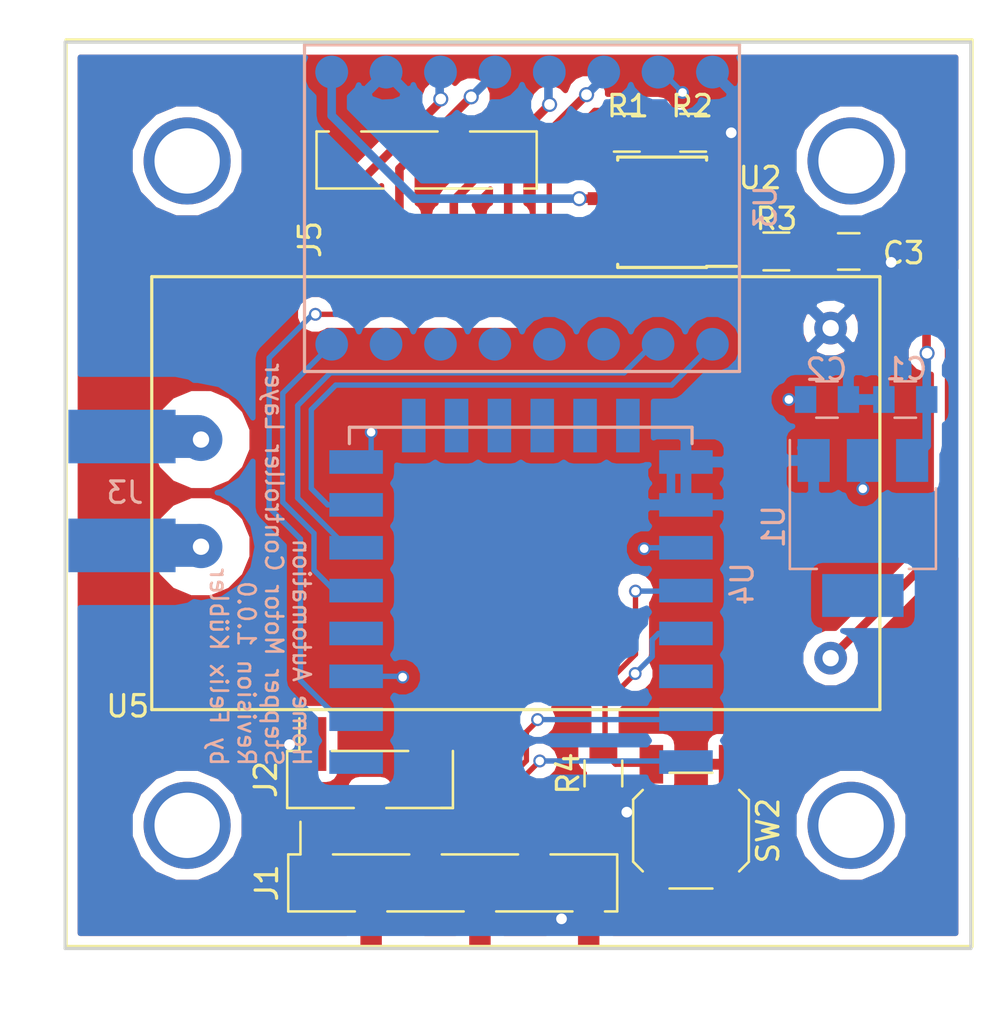
<source format=kicad_pcb>
(kicad_pcb (version 4) (host pcbnew 4.0.6)

  (general
    (links 58)
    (no_connects 1)
    (area 175.883499 37.199499 218.324501 79.640501)
    (thickness 1.6)
    (drawings 5)
    (tracks 187)
    (zones 0)
    (modules 18)
    (nets 37)
  )

  (page A4)
  (title_block
    (title "IOT Stepper Motor Power Bick")
    (date 2017-05-30)
    (rev 1.0.0)
    (company "Felix Kübler")
  )

  (layers
    (0 F.Cu signal)
    (31 B.Cu signal)
    (32 B.Adhes user)
    (33 F.Adhes user)
    (34 B.Paste user)
    (35 F.Paste user)
    (36 B.SilkS user)
    (37 F.SilkS user)
    (38 B.Mask user)
    (39 F.Mask user)
    (40 Dwgs.User user)
    (41 Cmts.User user)
    (42 Eco1.User user)
    (43 Eco2.User user)
    (44 Edge.Cuts user)
    (45 Margin user)
    (46 B.CrtYd user)
    (47 F.CrtYd user)
    (48 B.Fab user)
    (49 F.Fab user)
  )

  (setup
    (last_trace_width 0.25)
    (trace_clearance 0.2)
    (zone_clearance 0.508)
    (zone_45_only no)
    (trace_min 0.2)
    (segment_width 0.2)
    (edge_width 0.15)
    (via_size 0.6)
    (via_drill 0.4)
    (via_min_size 0.4)
    (via_min_drill 0.3)
    (uvia_size 0.3)
    (uvia_drill 0.1)
    (uvias_allowed no)
    (uvia_min_size 0.2)
    (uvia_min_drill 0.1)
    (pcb_text_width 0.3)
    (pcb_text_size 1.5 1.5)
    (mod_edge_width 0.15)
    (mod_text_size 1 1)
    (mod_text_width 0.15)
    (pad_size 1.524 1.524)
    (pad_drill 0.762)
    (pad_to_mask_clearance 0.2)
    (aux_axis_origin 0 0)
    (visible_elements 7FFEFFFF)
    (pcbplotparams
      (layerselection 0x010f0_80000001)
      (usegerberextensions false)
      (excludeedgelayer true)
      (linewidth 0.100000)
      (plotframeref false)
      (viasonmask false)
      (mode 1)
      (useauxorigin false)
      (hpglpennumber 1)
      (hpglpenspeed 20)
      (hpglpendiameter 15)
      (hpglpenoverlay 2)
      (psnegative false)
      (psa4output false)
      (plotreference true)
      (plotvalue true)
      (plotinvisibletext false)
      (padsonsilk false)
      (subtractmaskfromsilk false)
      (outputformat 1)
      (mirror false)
      (drillshape 0)
      (scaleselection 1)
      (outputdirectory gerber_data/))
  )

  (net 0 "")
  (net 1 GND)
  (net 2 +3V3)
  (net 3 +12V)
  (net 4 "Net-(J1-Pad1)")
  (net 5 RX)
  (net 6 TX)
  (net 7 RESET)
  (net 8 MODE)
  (net 9 "Net-(U4-Pad1)")
  (net 10 MOTOR_STEP)
  (net 11 MOTOR_DIR)
  (net 12 "Net-(U4-Pad19)")
  (net 13 "Net-(U4-Pad20)")
  (net 14 "Net-(J1-Pad5)")
  (net 15 MOTOR_ENABLE)
  (net 16 "Net-(J5-Pad1)")
  (net 17 "Net-(J5-Pad2)")
  (net 18 "Net-(J5-Pad3)")
  (net 19 "Net-(J5-Pad4)")
  (net 20 "Net-(U2-Pad5)")
  (net 21 "Net-(U3-Pad14)")
  (net 22 "Net-(U4-Pad4)")
  (net 23 "Net-(J3-Pad2)")
  (net 24 "Net-(J3-Pad1)")
  (net 25 "Net-(U2-Pad2)")
  (net 26 CURRENT_FEEDBACK)
  (net 27 "Net-(U3-Pad13)")
  (net 28 "Net-(U3-Pad12)")
  (net 29 "Net-(U3-Pad11)")
  (net 30 "Net-(U3-Pad10)")
  (net 31 "Net-(U4-Pad14)")
  (net 32 "Net-(U4-Pad17)")
  (net 33 "Net-(U4-Pad18)")
  (net 34 "Net-(U4-Pad21)")
  (net 35 "Net-(U4-Pad22)")
  (net 36 "Net-(C3-Pad2)")

  (net_class Default "Dies ist die voreingestellte Netzklasse."
    (clearance 0.2)
    (trace_width 0.25)
    (via_dia 0.6)
    (via_drill 0.4)
    (uvia_dia 0.3)
    (uvia_drill 0.1)
    (add_net "Net-(C3-Pad2)")
  )

  (net_class AC ""
    (clearance 1.5)
    (trace_width 2)
    (via_dia 1.6)
    (via_drill 1.2)
    (uvia_dia 0.3)
    (uvia_drill 0.1)
    (add_net "Net-(J3-Pad1)")
    (add_net "Net-(J3-Pad2)")
  )

  (net_class DC ""
    (clearance 0.2)
    (trace_width 0.25)
    (via_dia 0.6)
    (via_drill 0.4)
    (uvia_dia 0.3)
    (uvia_drill 0.1)
    (add_net +3V3)
    (add_net CURRENT_FEEDBACK)
    (add_net MODE)
    (add_net MOTOR_DIR)
    (add_net MOTOR_ENABLE)
    (add_net MOTOR_STEP)
    (add_net "Net-(J1-Pad1)")
    (add_net "Net-(J1-Pad5)")
    (add_net "Net-(U2-Pad5)")
    (add_net "Net-(U3-Pad10)")
    (add_net "Net-(U3-Pad11)")
    (add_net "Net-(U3-Pad12)")
    (add_net "Net-(U3-Pad13)")
    (add_net "Net-(U3-Pad14)")
    (add_net "Net-(U4-Pad1)")
    (add_net "Net-(U4-Pad14)")
    (add_net "Net-(U4-Pad17)")
    (add_net "Net-(U4-Pad18)")
    (add_net "Net-(U4-Pad19)")
    (add_net "Net-(U4-Pad20)")
    (add_net "Net-(U4-Pad21)")
    (add_net "Net-(U4-Pad22)")
    (add_net "Net-(U4-Pad4)")
    (add_net RESET)
    (add_net RX)
    (add_net TX)
  )

  (net_class DC12V ""
    (clearance 0.3)
    (trace_width 0.4)
    (via_dia 0.7)
    (via_drill 0.5)
    (uvia_dia 0.3)
    (uvia_drill 0.1)
    (add_net +12V)
    (add_net GND)
    (add_net "Net-(J5-Pad1)")
    (add_net "Net-(J5-Pad2)")
    (add_net "Net-(J5-Pad3)")
    (add_net "Net-(J5-Pad4)")
    (add_net "Net-(U2-Pad2)")
  )

  (module StepStick:TMC2230_SMD (layer B.Cu) (tedit 5ACF72D0) (tstamp 5ACF5770)
    (at 197.2945 41.9735 90)
    (path /5A56765A)
    (fp_text reference U3 (at -2.9845 11.3665 90) (layer B.SilkS)
      (effects (font (size 1 1) (thickness 0.15)) (justify mirror))
    )
    (fp_text value TMC2130 (at -3.048 1.27 90) (layer B.Fab)
      (effects (font (size 1 1) (thickness 0.15)) (justify mirror))
    )
    (fp_line (start 4.572 10.16) (end 4.572 -10.16) (layer B.SilkS) (width 0.15))
    (fp_line (start 4.572 -10.16) (end -10.668 -10.16) (layer B.SilkS) (width 0.15))
    (fp_line (start -10.668 -10.16) (end -10.668 10.16) (layer B.SilkS) (width 0.15))
    (fp_line (start 4.552 10.15) (end -10.648 10.15) (layer B.SilkS) (width 0.15))
    (pad 8 smd circle (at 3.302 -8.89 90) (size 1.524 1.524) (layers B.Cu B.Paste B.Mask)
      (net 3 +12V))
    (pad 7 smd circle (at 3.302 -6.35 90) (size 1.524 1.524) (layers B.Cu B.Paste B.Mask)
      (net 1 GND))
    (pad 6 smd circle (at 3.302 -3.81 90) (size 1.524 1.524) (layers B.Cu B.Paste B.Mask)
      (net 19 "Net-(J5-Pad4)"))
    (pad 5 smd circle (at 3.302 -1.27 90) (size 1.524 1.524) (layers B.Cu B.Paste B.Mask)
      (net 18 "Net-(J5-Pad3)"))
    (pad 4 smd circle (at 3.302 1.27 90) (size 1.524 1.524) (layers B.Cu B.Paste B.Mask)
      (net 17 "Net-(J5-Pad2)"))
    (pad 3 smd circle (at 3.302 3.81 90) (size 1.524 1.524) (layers B.Cu B.Paste B.Mask)
      (net 16 "Net-(J5-Pad1)"))
    (pad 2 smd circle (at 3.302 6.35 90) (size 1.524 1.524) (layers B.Cu B.Paste B.Mask)
      (net 2 +3V3))
    (pad 1 smd circle (at 3.302 8.89 90) (size 1.524 1.524) (layers B.Cu B.Paste B.Mask)
      (net 1 GND))
    (pad 1 smd circle (at 3.302 8.89 90) (size 1.524 1.524) (layers B.Cu B.Paste B.Mask)
      (net 1 GND))
    (pad 16 smd circle (at -9.398 8.89 90) (size 1.524 1.524) (layers B.Cu B.Paste B.Mask)
      (net 11 MOTOR_DIR))
    (pad 2 smd circle (at 3.302 6.35 90) (size 1.524 1.524) (layers B.Cu B.Paste B.Mask)
      (net 2 +3V3))
    (pad 15 smd circle (at -9.398 6.35 90) (size 1.524 1.524) (layers B.Cu B.Paste B.Mask)
      (net 10 MOTOR_STEP))
    (pad 3 smd circle (at 3.302 3.81 90) (size 1.524 1.524) (layers B.Cu B.Paste B.Mask)
      (net 16 "Net-(J5-Pad1)"))
    (pad 14 smd circle (at -9.398 3.81 90) (size 1.524 1.524) (layers B.Cu B.Paste B.Mask)
      (net 21 "Net-(U3-Pad14)"))
    (pad 4 smd circle (at 3.302 1.27 90) (size 1.524 1.524) (layers B.Cu B.Paste B.Mask)
      (net 17 "Net-(J5-Pad2)"))
    (pad 13 smd circle (at -9.398 1.27 90) (size 1.524 1.524) (layers B.Cu B.Paste B.Mask)
      (net 27 "Net-(U3-Pad13)"))
    (pad 5 smd circle (at 3.302 -1.27 90) (size 1.524 1.524) (layers B.Cu B.Paste B.Mask)
      (net 18 "Net-(J5-Pad3)"))
    (pad 12 smd circle (at -9.398 -1.27 90) (size 1.524 1.524) (layers B.Cu B.Paste B.Mask)
      (net 28 "Net-(U3-Pad12)"))
    (pad 6 smd circle (at 3.302 -3.81 90) (size 1.524 1.524) (layers B.Cu B.Paste B.Mask)
      (net 19 "Net-(J5-Pad4)"))
    (pad 11 smd circle (at -9.398 -3.81 90) (size 1.524 1.524) (layers B.Cu B.Paste B.Mask)
      (net 29 "Net-(U3-Pad11)"))
    (pad 7 smd circle (at 3.302 -6.35 90) (size 1.524 1.524) (layers B.Cu B.Paste B.Mask)
      (net 1 GND))
    (pad 10 smd circle (at -9.398 -6.35 90) (size 1.524 1.524) (layers B.Cu B.Paste B.Mask)
      (net 30 "Net-(U3-Pad10)"))
    (pad 8 smd circle (at 3.302 -8.89 90) (size 1.524 1.524) (layers B.Cu B.Paste B.Mask)
      (net 3 +12V))
    (pad 9 smd circle (at -9.398 -8.89 90) (size 1.524 1.524) (layers B.Cu B.Paste B.Mask)
      (net 15 MOTOR_ENABLE))
    (model ${KIPRJMOD}/Libraries/3DParts/A4988.3dshapes/A4988.wrl
      (at (xyz -0.12 0.4 0))
      (scale (xyz 0.3937 0.3937 0.3937))
      (rotate (xyz 0 0 90))
    )
  )

  (module Capacitors_SMD:C_0805 (layer B.Cu) (tedit 5B86C303) (tstamp 5AC9686D)
    (at 215.1888 53.9496)
    (descr "Capacitor SMD 0805, reflow soldering, AVX (see smccp.pdf)")
    (tags "capacitor 0805")
    (path /5A295100)
    (attr smd)
    (fp_text reference C1 (at 0.0508 -1.4224) (layer B.SilkS)
      (effects (font (size 1 1) (thickness 0.15)) (justify mirror))
    )
    (fp_text value "0805 10uF" (at 0 -1.75) (layer B.Fab)
      (effects (font (size 1 1) (thickness 0.15)) (justify mirror))
    )
    (fp_text user %R (at 0 1.5) (layer B.Fab)
      (effects (font (size 1 1) (thickness 0.15)) (justify mirror))
    )
    (fp_line (start -1 -0.62) (end -1 0.62) (layer B.Fab) (width 0.1))
    (fp_line (start 1 -0.62) (end -1 -0.62) (layer B.Fab) (width 0.1))
    (fp_line (start 1 0.62) (end 1 -0.62) (layer B.Fab) (width 0.1))
    (fp_line (start -1 0.62) (end 1 0.62) (layer B.Fab) (width 0.1))
    (fp_line (start 0.5 0.85) (end -0.5 0.85) (layer B.SilkS) (width 0.12))
    (fp_line (start -0.5 -0.85) (end 0.5 -0.85) (layer B.SilkS) (width 0.12))
    (fp_line (start -1.75 0.88) (end 1.75 0.88) (layer B.CrtYd) (width 0.05))
    (fp_line (start -1.75 0.88) (end -1.75 -0.87) (layer B.CrtYd) (width 0.05))
    (fp_line (start 1.75 -0.87) (end 1.75 0.88) (layer B.CrtYd) (width 0.05))
    (fp_line (start 1.75 -0.87) (end -1.75 -0.87) (layer B.CrtYd) (width 0.05))
    (pad 1 smd rect (at -1 0) (size 1 1.25) (layers B.Cu B.Paste B.Mask)
      (net 1 GND))
    (pad 2 smd rect (at 1 0) (size 1 1.25) (layers B.Cu B.Paste B.Mask)
      (net 3 +12V))
    (model Capacitors_SMD.3dshapes/C_0805.wrl
      (at (xyz 0 0 0))
      (scale (xyz 1 1 1))
      (rotate (xyz 0 0 0))
    )
  )

  (module Capacitors_SMD:C_0805 (layer B.Cu) (tedit 5B86C2F6) (tstamp 5AC96873)
    (at 211.5312 53.9496)
    (descr "Capacitor SMD 0805, reflow soldering, AVX (see smccp.pdf)")
    (tags "capacitor 0805")
    (path /5A295074)
    (attr smd)
    (fp_text reference C2 (at -0.0254 -1.397) (layer B.SilkS)
      (effects (font (size 1 1) (thickness 0.15)) (justify mirror))
    )
    (fp_text value "0805 10uF" (at 0 -1.75) (layer B.Fab)
      (effects (font (size 1 1) (thickness 0.15)) (justify mirror))
    )
    (fp_text user %R (at 0 1.5) (layer B.Fab)
      (effects (font (size 1 1) (thickness 0.15)) (justify mirror))
    )
    (fp_line (start -1 -0.62) (end -1 0.62) (layer B.Fab) (width 0.1))
    (fp_line (start 1 -0.62) (end -1 -0.62) (layer B.Fab) (width 0.1))
    (fp_line (start 1 0.62) (end 1 -0.62) (layer B.Fab) (width 0.1))
    (fp_line (start -1 0.62) (end 1 0.62) (layer B.Fab) (width 0.1))
    (fp_line (start 0.5 0.85) (end -0.5 0.85) (layer B.SilkS) (width 0.12))
    (fp_line (start -0.5 -0.85) (end 0.5 -0.85) (layer B.SilkS) (width 0.12))
    (fp_line (start -1.75 0.88) (end 1.75 0.88) (layer B.CrtYd) (width 0.05))
    (fp_line (start -1.75 0.88) (end -1.75 -0.87) (layer B.CrtYd) (width 0.05))
    (fp_line (start 1.75 -0.87) (end 1.75 0.88) (layer B.CrtYd) (width 0.05))
    (fp_line (start 1.75 -0.87) (end -1.75 -0.87) (layer B.CrtYd) (width 0.05))
    (pad 1 smd rect (at -1 0) (size 1 1.25) (layers B.Cu B.Paste B.Mask)
      (net 2 +3V3))
    (pad 2 smd rect (at 1 0) (size 1 1.25) (layers B.Cu B.Paste B.Mask)
      (net 1 GND))
    (model Capacitors_SMD.3dshapes/C_0805.wrl
      (at (xyz 0 0 0))
      (scale (xyz 1 1 1))
      (rotate (xyz 0 0 0))
    )
  )

  (module Buttons_Switches_SMD:SW_SPST_SKQG (layer F.Cu) (tedit 58724BB1) (tstamp 5AC968A0)
    (at 205.1812 74.0664 270)
    (descr "ALPS 5.2mm Square Low-profile TACT Switch (SMD), http://www.alps.com/prod/info/E/PDF/Tact/SurfaceMount/SKQG/SKQG.PDF")
    (tags "SPST Button Switch")
    (path /599EBC5A)
    (attr smd)
    (fp_text reference SW2 (at 0 -3.6 270) (layer F.SilkS)
      (effects (font (size 1 1) (thickness 0.15)))
    )
    (fp_text value "Taster 9314" (at 0 3.7 270) (layer F.Fab)
      (effects (font (size 1 1) (thickness 0.15)))
    )
    (fp_line (start 1.45 -2.6) (end 2.55 -1.5) (layer F.Fab) (width 0.1))
    (fp_line (start 2.55 -1.5) (end 2.55 1.45) (layer F.Fab) (width 0.1))
    (fp_line (start 2.55 1.45) (end 1.4 2.6) (layer F.Fab) (width 0.1))
    (fp_line (start 1.4 2.6) (end -1.45 2.6) (layer F.Fab) (width 0.1))
    (fp_line (start -1.45 2.6) (end -2.6 1.45) (layer F.Fab) (width 0.1))
    (fp_line (start -2.6 1.45) (end -2.6 -1.45) (layer F.Fab) (width 0.1))
    (fp_line (start -2.6 -1.45) (end -1.45 -2.6) (layer F.Fab) (width 0.1))
    (fp_line (start -1.45 -2.6) (end 1.45 -2.6) (layer F.Fab) (width 0.1))
    (fp_text user %R (at 0 -3.6 270) (layer F.Fab)
      (effects (font (size 1 1) (thickness 0.15)))
    )
    (fp_line (start -4.25 -2.95) (end -4.25 2.95) (layer F.CrtYd) (width 0.05))
    (fp_line (start 4.25 -2.95) (end -4.25 -2.95) (layer F.CrtYd) (width 0.05))
    (fp_line (start 4.25 2.95) (end 4.25 -2.95) (layer F.CrtYd) (width 0.05))
    (fp_line (start -4.25 2.95) (end 4.25 2.95) (layer F.CrtYd) (width 0.05))
    (fp_line (start -1.2 -1.8) (end 1.2 -1.8) (layer F.Fab) (width 0.1))
    (fp_line (start -1.8 -1.2) (end -1.2 -1.8) (layer F.Fab) (width 0.1))
    (fp_line (start -1.8 1.2) (end -1.8 -1.2) (layer F.Fab) (width 0.1))
    (fp_line (start -1.2 1.8) (end -1.8 1.2) (layer F.Fab) (width 0.1))
    (fp_line (start 1.2 1.8) (end -1.2 1.8) (layer F.Fab) (width 0.1))
    (fp_line (start 1.8 1.2) (end 1.2 1.8) (layer F.Fab) (width 0.1))
    (fp_line (start 1.8 -1.2) (end 1.8 1.2) (layer F.Fab) (width 0.1))
    (fp_line (start 1.2 -1.8) (end 1.8 -1.2) (layer F.Fab) (width 0.1))
    (fp_line (start -1.45 -2.7) (end 1.45 -2.7) (layer F.SilkS) (width 0.12))
    (fp_line (start -1.9 -2.25) (end -1.45 -2.7) (layer F.SilkS) (width 0.12))
    (fp_line (start -2.7 1) (end -2.7 -1) (layer F.SilkS) (width 0.12))
    (fp_line (start -1.45 2.7) (end -1.9 2.25) (layer F.SilkS) (width 0.12))
    (fp_line (start 1.45 2.7) (end -1.45 2.7) (layer F.SilkS) (width 0.12))
    (fp_line (start 1.9 2.25) (end 1.45 2.7) (layer F.SilkS) (width 0.12))
    (fp_line (start 2.7 -1) (end 2.7 1) (layer F.SilkS) (width 0.12))
    (fp_line (start 1.45 -2.7) (end 1.9 -2.25) (layer F.SilkS) (width 0.12))
    (fp_circle (center 0 0) (end 1 0) (layer F.Fab) (width 0.1))
    (pad 1 smd rect (at -3.1 -1.85 270) (size 1.8 1.1) (layers F.Cu F.Paste F.Mask)
      (net 2 +3V3))
    (pad 1 smd rect (at 3.1 -1.85 270) (size 1.8 1.1) (layers F.Cu F.Paste F.Mask)
      (net 2 +3V3))
    (pad 2 smd rect (at -3.1 1.85 270) (size 1.8 1.1) (layers F.Cu F.Paste F.Mask)
      (net 7 RESET))
    (pad 2 smd rect (at 3.1 1.85 270) (size 1.8 1.1) (layers F.Cu F.Paste F.Mask)
      (net 7 RESET))
    (model ${KIPRJMOD}/Libraries/3DParts/Button.3dshapes/SMDPushButton.wrl
      (at (xyz 0 0 0))
      (scale (xyz 1 1 1))
      (rotate (xyz 0 0 0))
    )
  )

  (module TO_SOT_Packages_SMD:SOT-223 (layer B.Cu) (tedit 5ACF72BA) (tstamp 5AC968A8)
    (at 213.2076 59.944 270)
    (descr "module CMS SOT223 4 pins")
    (tags "CMS SOT")
    (path /5A294B4E)
    (attr smd)
    (fp_text reference U1 (at -0.0635 4.1656 270) (layer B.SilkS)
      (effects (font (size 1 1) (thickness 0.15)) (justify mirror))
    )
    (fp_text value LD1117S33CTR (at 0 -4.5 270) (layer B.Fab)
      (effects (font (size 1 1) (thickness 0.15)) (justify mirror))
    )
    (fp_text user %R (at 0 0 540) (layer B.Fab)
      (effects (font (size 0.8 0.8) (thickness 0.12)) (justify mirror))
    )
    (fp_line (start -1.85 2.3) (end -0.8 3.35) (layer B.Fab) (width 0.1))
    (fp_line (start 1.91 -3.41) (end 1.91 -2.15) (layer B.SilkS) (width 0.12))
    (fp_line (start 1.91 3.41) (end 1.91 2.15) (layer B.SilkS) (width 0.12))
    (fp_line (start 4.4 3.6) (end -4.4 3.6) (layer B.CrtYd) (width 0.05))
    (fp_line (start 4.4 -3.6) (end 4.4 3.6) (layer B.CrtYd) (width 0.05))
    (fp_line (start -4.4 -3.6) (end 4.4 -3.6) (layer B.CrtYd) (width 0.05))
    (fp_line (start -4.4 3.6) (end -4.4 -3.6) (layer B.CrtYd) (width 0.05))
    (fp_line (start -1.85 2.3) (end -1.85 -3.35) (layer B.Fab) (width 0.1))
    (fp_line (start -1.85 -3.41) (end 1.91 -3.41) (layer B.SilkS) (width 0.12))
    (fp_line (start -0.8 3.35) (end 1.85 3.35) (layer B.Fab) (width 0.1))
    (fp_line (start -4.1 3.41) (end 1.91 3.41) (layer B.SilkS) (width 0.12))
    (fp_line (start -1.85 -3.35) (end 1.85 -3.35) (layer B.Fab) (width 0.1))
    (fp_line (start 1.85 3.35) (end 1.85 -3.35) (layer B.Fab) (width 0.1))
    (pad 4 smd rect (at 3.15 0 270) (size 2 3.8) (layers B.Cu B.Paste B.Mask))
    (pad 2 smd rect (at -3.15 0 270) (size 2 1.5) (layers B.Cu B.Paste B.Mask)
      (net 2 +3V3))
    (pad 3 smd rect (at -3.15 -2.3 270) (size 2 1.5) (layers B.Cu B.Paste B.Mask)
      (net 3 +12V))
    (pad 1 smd rect (at -3.15 2.3 270) (size 2 1.5) (layers B.Cu B.Paste B.Mask)
      (net 1 GND))
    (model TO_SOT_Packages_SMD.3dshapes/SOT-223.wrl
      (at (xyz 0 0 0))
      (scale (xyz 0.3937 0.3937 0.3937))
      (rotate (xyz 0 0 90))
    )
  )

  (module ESP8266:ESP-12E_SMD (layer B.Cu) (tedit 5ACF736C) (tstamp 5AC968DE)
    (at 190.246 70.866)
    (descr "Module, ESP-8266, ESP-12, 16 pad, SMD")
    (tags "Module ESP-8266 ESP8266")
    (path /592BD8DB)
    (fp_text reference U4 (at 17.3355 -8.3185 270) (layer B.SilkS)
      (effects (font (size 1 1) (thickness 0.15)) (justify mirror))
    )
    (fp_text value ESP-12E (at 5.08 -6.35 270) (layer B.Fab) hide
      (effects (font (size 1 1) (thickness 0.15)) (justify mirror))
    )
    (fp_line (start -2.25 0.5) (end -2.25 8.75) (layer B.CrtYd) (width 0.05))
    (fp_line (start -2.25 8.75) (end 15.25 8.75) (layer B.CrtYd) (width 0.05))
    (fp_line (start 15.25 8.75) (end 16.25 8.75) (layer B.CrtYd) (width 0.05))
    (fp_line (start 16.25 8.75) (end 16.25 -16) (layer B.CrtYd) (width 0.05))
    (fp_line (start 16.25 -16) (end -2.25 -16) (layer B.CrtYd) (width 0.05))
    (fp_line (start -2.25 -16) (end -2.25 0.5) (layer B.CrtYd) (width 0.05))
    (fp_line (start -1.016 8.382) (end 14.986 8.382) (layer B.CrtYd) (width 0.1524))
    (fp_line (start 14.986 8.382) (end 14.986 0.889) (layer B.CrtYd) (width 0.1524))
    (fp_line (start -1.016 8.382) (end -1.016 1.016) (layer B.CrtYd) (width 0.1524))
    (fp_line (start -1.016 -14.859) (end -1.016 -15.621) (layer B.SilkS) (width 0.1524))
    (fp_line (start -1.016 -15.621) (end 14.986 -15.621) (layer B.SilkS) (width 0.1524))
    (fp_line (start 14.986 -15.621) (end 14.986 -14.859) (layer B.SilkS) (width 0.1524))
    (fp_line (start 14.992 8.4) (end -1.008 2.6) (layer B.CrtYd) (width 0.1524))
    (fp_line (start -1.008 8.4) (end 14.992 2.6) (layer B.CrtYd) (width 0.1524))
    (fp_text user "No Copper" (at 6.892 5.4) (layer B.CrtYd)
      (effects (font (size 1 1) (thickness 0.15)) (justify mirror))
    )
    (fp_line (start -1.008 2.6) (end 14.992 2.6) (layer B.CrtYd) (width 0.1524))
    (fp_line (start 15 8.4) (end 15 -15.6) (layer B.Fab) (width 0.05))
    (fp_line (start 14.992 -15.6) (end -1.008 -15.6) (layer B.Fab) (width 0.05))
    (fp_line (start -1.008 -15.6) (end -1.008 8.4) (layer B.Fab) (width 0.05))
    (fp_line (start -1.008 8.4) (end 14.992 8.4) (layer B.Fab) (width 0.05))
    (pad 1 smd rect (at 0 0) (size 2.5 1.1) (drill (offset -0.7 0)) (layers B.Cu B.Paste B.Mask)
      (net 9 "Net-(U4-Pad1)"))
    (pad 2 smd rect (at 0 -2) (size 2.5 1.1) (drill (offset -0.7 0)) (layers B.Cu B.Paste B.Mask)
      (net 26 CURRENT_FEEDBACK))
    (pad 3 smd rect (at 0 -4) (size 2.5 1.1) (drill (offset -0.7 0)) (layers B.Cu B.Paste B.Mask)
      (net 2 +3V3))
    (pad 4 smd rect (at 0 -6) (size 2.5 1.1) (drill (offset -0.7 0)) (layers B.Cu B.Paste B.Mask)
      (net 22 "Net-(U4-Pad4)"))
    (pad 5 smd rect (at 0 -8) (size 2.5 1.1) (drill (offset -0.7 0)) (layers B.Cu B.Paste B.Mask)
      (net 15 MOTOR_ENABLE))
    (pad 6 smd rect (at 0 -10) (size 2.5 1.1) (drill (offset -0.7 0)) (layers B.Cu B.Paste B.Mask)
      (net 10 MOTOR_STEP))
    (pad 7 smd rect (at 0 -12) (size 2.5 1.1) (drill (offset -0.7 0)) (layers B.Cu B.Paste B.Mask)
      (net 11 MOTOR_DIR))
    (pad 8 smd rect (at 0 -14) (size 2.5 1.1) (drill (offset -0.7 0)) (layers B.Cu B.Paste B.Mask)
      (net 2 +3V3))
    (pad 9 smd rect (at 14 -14) (size 2.5 1.1) (drill (offset 0.7 0)) (layers B.Cu B.Paste B.Mask)
      (net 1 GND))
    (pad 10 smd rect (at 14 -12) (size 2.5 1.1) (drill (offset 0.7 0)) (layers B.Cu B.Paste B.Mask)
      (net 1 GND))
    (pad 11 smd rect (at 14 -10) (size 2.5 1.1) (drill (offset 0.7 0)) (layers B.Cu B.Paste B.Mask)
      (net 2 +3V3))
    (pad 12 smd rect (at 14 -8) (size 2.5 1.1) (drill (offset 0.7 0)) (layers B.Cu B.Paste B.Mask)
      (net 8 MODE))
    (pad 13 smd rect (at 14 -6) (size 2.5 1.1) (drill (offset 0.7 0)) (layers B.Cu B.Paste B.Mask)
      (net 7 RESET))
    (pad 14 smd rect (at 14 -4) (size 2.5 1.1) (drill (offset 0.7 0)) (layers B.Cu B.Paste B.Mask)
      (net 31 "Net-(U4-Pad14)"))
    (pad 15 smd rect (at 14 -2) (size 2.5 1.1) (drill (offset 0.7 0)) (layers B.Cu B.Paste B.Mask)
      (net 5 RX))
    (pad 16 smd rect (at 14 0) (size 2.5 1.1) (drill (offset 0.7 0)) (layers B.Cu B.Paste B.Mask)
      (net 6 TX))
    (pad 17 smd rect (at 1.99 -15 270) (size 2.5 1.1) (drill (offset -0.7 0)) (layers B.Cu B.Paste B.Mask)
      (net 32 "Net-(U4-Pad17)"))
    (pad 18 smd rect (at 3.99 -15 270) (size 2.5 1.1) (drill (offset -0.7 0)) (layers B.Cu B.Paste B.Mask)
      (net 33 "Net-(U4-Pad18)"))
    (pad 19 smd rect (at 5.99 -15 270) (size 2.5 1.1) (drill (offset -0.7 0)) (layers B.Cu B.Paste B.Mask)
      (net 12 "Net-(U4-Pad19)"))
    (pad 20 smd rect (at 7.99 -15 270) (size 2.5 1.1) (drill (offset -0.7 0)) (layers B.Cu B.Paste B.Mask)
      (net 13 "Net-(U4-Pad20)"))
    (pad 21 smd rect (at 9.99 -15 270) (size 2.5 1.1) (drill (offset -0.7 0)) (layers B.Cu B.Paste B.Mask)
      (net 34 "Net-(U4-Pad21)"))
    (pad 22 smd rect (at 11.99 -15 270) (size 2.5 1.1) (drill (offset -0.7 0)) (layers B.Cu B.Paste B.Mask)
      (net 35 "Net-(U4-Pad22)"))
    (model ${KIPRJMOD}/Libraries/3DParts/ESP8266.3dshapes/ESP-12E.wrl
      (at (xyz 0 0 0))
      (scale (xyz 0.3937 0.3937 0.3937))
      (rotate (xyz 0 0 0))
    )
  )

  (module Nema:Nema17 (layer F.Cu) (tedit 5ACF73A0) (tstamp 5AC97D8C)
    (at 197.1548 58.3184)
    (descr "module 1 pin (ou trou mecanique de percage)")
    (tags DEV)
    (path /5AC97FEF)
    (fp_text reference U6 (at 19.3802 19.9136) (layer F.SilkS) hide
      (effects (font (size 1 1) (thickness 0.15)))
    )
    (fp_text value Nema (at 0 -22.1615) (layer F.Fab)
      (effects (font (size 1 1) (thickness 0.15)))
    )
    (fp_line (start -21.15 -21.15) (end -21.15 21.15) (layer F.SilkS) (width 0.15))
    (fp_line (start -21.15 21.15) (end 21.15 21.15) (layer F.SilkS) (width 0.15))
    (fp_line (start 21.15 21.15) (end 21.15 -21.15) (layer F.SilkS) (width 0.15))
    (fp_line (start 21.15 -21.15) (end -21.15 -21.15) (layer F.SilkS) (width 0.15))
    (pad 0 thru_hole circle (at -15.5 -15.5) (size 4.064 4.064) (drill 3.048) (layers *.Cu *.Mask))
    (pad 0 thru_hole circle (at 15.5 -15.5) (size 4.064 4.064) (drill 3.048) (layers *.Cu *.Mask))
    (pad 0 thru_hole circle (at -15.5 15.5) (size 4.064 4.064) (drill 3.048) (layers *.Cu *.Mask))
    (pad 0 thru_hole circle (at 15.5 15.5) (size 4.064 4.064) (drill 3.048) (layers *.Cu *.Mask))
  )

  (module Pin_Headers:Pin_Header_Straight_1x06_Pitch2.54mm_SMD_Pin1Right (layer F.Cu) (tedit 59650532) (tstamp 5ACA206E)
    (at 194.056 76.5048 90)
    (descr "surface-mounted straight pin header, 1x06, 2.54mm pitch, single row, style 2 (pin 1 right)")
    (tags "Surface mounted pin header SMD 1x06 2.54mm single row style2 pin1 right")
    (path /592BDEB8)
    (attr smd)
    (fp_text reference J1 (at 0 -8.68 90) (layer F.SilkS)
      (effects (font (size 1 1) (thickness 0.15)))
    )
    (fp_text value "MPE 094-1-006" (at 0 8.68 90) (layer F.Fab)
      (effects (font (size 1 1) (thickness 0.15)))
    )
    (fp_line (start 1.27 7.62) (end -1.27 7.62) (layer F.Fab) (width 0.1))
    (fp_line (start -1.27 -7.62) (end 0.32 -7.62) (layer F.Fab) (width 0.1))
    (fp_line (start 1.27 7.62) (end 1.27 -6.67) (layer F.Fab) (width 0.1))
    (fp_line (start 1.27 -6.67) (end 0.32 -7.62) (layer F.Fab) (width 0.1))
    (fp_line (start -1.27 -7.62) (end -1.27 7.62) (layer F.Fab) (width 0.1))
    (fp_line (start -1.27 -4.13) (end -2.54 -4.13) (layer F.Fab) (width 0.1))
    (fp_line (start -2.54 -4.13) (end -2.54 -3.49) (layer F.Fab) (width 0.1))
    (fp_line (start -2.54 -3.49) (end -1.27 -3.49) (layer F.Fab) (width 0.1))
    (fp_line (start -1.27 0.95) (end -2.54 0.95) (layer F.Fab) (width 0.1))
    (fp_line (start -2.54 0.95) (end -2.54 1.59) (layer F.Fab) (width 0.1))
    (fp_line (start -2.54 1.59) (end -1.27 1.59) (layer F.Fab) (width 0.1))
    (fp_line (start -1.27 6.03) (end -2.54 6.03) (layer F.Fab) (width 0.1))
    (fp_line (start -2.54 6.03) (end -2.54 6.67) (layer F.Fab) (width 0.1))
    (fp_line (start -2.54 6.67) (end -1.27 6.67) (layer F.Fab) (width 0.1))
    (fp_line (start 1.27 -6.67) (end 2.54 -6.67) (layer F.Fab) (width 0.1))
    (fp_line (start 2.54 -6.67) (end 2.54 -6.03) (layer F.Fab) (width 0.1))
    (fp_line (start 2.54 -6.03) (end 1.27 -6.03) (layer F.Fab) (width 0.1))
    (fp_line (start 1.27 -1.59) (end 2.54 -1.59) (layer F.Fab) (width 0.1))
    (fp_line (start 2.54 -1.59) (end 2.54 -0.95) (layer F.Fab) (width 0.1))
    (fp_line (start 2.54 -0.95) (end 1.27 -0.95) (layer F.Fab) (width 0.1))
    (fp_line (start 1.27 3.49) (end 2.54 3.49) (layer F.Fab) (width 0.1))
    (fp_line (start 2.54 3.49) (end 2.54 4.13) (layer F.Fab) (width 0.1))
    (fp_line (start 2.54 4.13) (end 1.27 4.13) (layer F.Fab) (width 0.1))
    (fp_line (start -1.33 -7.68) (end 1.33 -7.68) (layer F.SilkS) (width 0.12))
    (fp_line (start -1.33 7.68) (end 1.33 7.68) (layer F.SilkS) (width 0.12))
    (fp_line (start 1.33 -5.59) (end 1.33 -2.03) (layer F.SilkS) (width 0.12))
    (fp_line (start 1.33 -0.51) (end 1.33 3.05) (layer F.SilkS) (width 0.12))
    (fp_line (start 1.33 4.57) (end 1.33 7.68) (layer F.SilkS) (width 0.12))
    (fp_line (start -1.33 -7.68) (end -1.33 -4.57) (layer F.SilkS) (width 0.12))
    (fp_line (start 1.33 -7.11) (end 2.85 -7.11) (layer F.SilkS) (width 0.12))
    (fp_line (start 1.33 -7.68) (end 1.33 -7.11) (layer F.SilkS) (width 0.12))
    (fp_line (start -1.33 7.11) (end -1.33 7.68) (layer F.SilkS) (width 0.12))
    (fp_line (start -1.33 -3.05) (end -1.33 0.51) (layer F.SilkS) (width 0.12))
    (fp_line (start -1.33 2.03) (end -1.33 5.59) (layer F.SilkS) (width 0.12))
    (fp_line (start -3.45 -8.15) (end -3.45 8.15) (layer F.CrtYd) (width 0.05))
    (fp_line (start -3.45 8.15) (end 3.45 8.15) (layer F.CrtYd) (width 0.05))
    (fp_line (start 3.45 8.15) (end 3.45 -8.15) (layer F.CrtYd) (width 0.05))
    (fp_line (start 3.45 -8.15) (end -3.45 -8.15) (layer F.CrtYd) (width 0.05))
    (fp_text user %R (at 0 0 180) (layer F.Fab)
      (effects (font (size 1 1) (thickness 0.15)))
    )
    (pad 2 smd rect (at -1.655 -3.81 90) (size 2.51 1) (layers F.Cu F.Paste F.Mask)
      (net 6 TX))
    (pad 4 smd rect (at -1.655 1.27 90) (size 2.51 1) (layers F.Cu F.Paste F.Mask)
      (net 2 +3V3))
    (pad 6 smd rect (at -1.655 6.35 90) (size 2.51 1) (layers F.Cu F.Paste F.Mask)
      (net 1 GND))
    (pad 1 smd rect (at 1.655 -6.35 90) (size 2.51 1) (layers F.Cu F.Paste F.Mask)
      (net 4 "Net-(J1-Pad1)"))
    (pad 3 smd rect (at 1.655 -1.27 90) (size 2.51 1) (layers F.Cu F.Paste F.Mask)
      (net 5 RX))
    (pad 5 smd rect (at 1.655 3.81 90) (size 2.51 1) (layers F.Cu F.Paste F.Mask)
      (net 14 "Net-(J1-Pad5)"))
    (model ${KISYS3DMOD}/Pin_Headers.3dshapes/Pin_Header_Straight_1x06_Pitch2.54mm_SMD_Pin1Right.wrl
      (at (xyz 0 0 0))
      (scale (xyz 1 1 1))
      (rotate (xyz 0 0 0))
    )
  )

  (module Pin_Headers:Pin_Header_Straight_1x03_Pitch2.54mm_SMD_Pin1Right (layer F.Cu) (tedit 59650532) (tstamp 5ACA20C0)
    (at 190.1952 71.6788 90)
    (descr "surface-mounted straight pin header, 1x03, 2.54mm pitch, single row, style 2 (pin 1 right)")
    (tags "Surface mounted pin header SMD 1x03 2.54mm single row style2 pin1 right")
    (path /5A5683AA)
    (attr smd)
    (fp_text reference J2 (at 0 -4.87 90) (layer F.SilkS)
      (effects (font (size 1 1) (thickness 0.15)))
    )
    (fp_text value CONN_01X03 (at 0 4.87 90) (layer F.Fab)
      (effects (font (size 1 1) (thickness 0.15)))
    )
    (fp_line (start 1.27 3.81) (end -1.27 3.81) (layer F.Fab) (width 0.1))
    (fp_line (start -1.27 -3.81) (end 0.32 -3.81) (layer F.Fab) (width 0.1))
    (fp_line (start 1.27 3.81) (end 1.27 -2.86) (layer F.Fab) (width 0.1))
    (fp_line (start 1.27 -2.86) (end 0.32 -3.81) (layer F.Fab) (width 0.1))
    (fp_line (start -1.27 -3.81) (end -1.27 3.81) (layer F.Fab) (width 0.1))
    (fp_line (start -1.27 -0.32) (end -2.54 -0.32) (layer F.Fab) (width 0.1))
    (fp_line (start -2.54 -0.32) (end -2.54 0.32) (layer F.Fab) (width 0.1))
    (fp_line (start -2.54 0.32) (end -1.27 0.32) (layer F.Fab) (width 0.1))
    (fp_line (start 1.27 -2.86) (end 2.54 -2.86) (layer F.Fab) (width 0.1))
    (fp_line (start 2.54 -2.86) (end 2.54 -2.22) (layer F.Fab) (width 0.1))
    (fp_line (start 2.54 -2.22) (end 1.27 -2.22) (layer F.Fab) (width 0.1))
    (fp_line (start 1.27 2.22) (end 2.54 2.22) (layer F.Fab) (width 0.1))
    (fp_line (start 2.54 2.22) (end 2.54 2.86) (layer F.Fab) (width 0.1))
    (fp_line (start 2.54 2.86) (end 1.27 2.86) (layer F.Fab) (width 0.1))
    (fp_line (start -1.33 -3.87) (end 1.33 -3.87) (layer F.SilkS) (width 0.12))
    (fp_line (start -1.33 3.87) (end 1.33 3.87) (layer F.SilkS) (width 0.12))
    (fp_line (start 1.33 -1.78) (end 1.33 1.78) (layer F.SilkS) (width 0.12))
    (fp_line (start -1.33 -3.87) (end -1.33 -0.76) (layer F.SilkS) (width 0.12))
    (fp_line (start 1.33 -3.3) (end 2.85 -3.3) (layer F.SilkS) (width 0.12))
    (fp_line (start 1.33 -3.87) (end 1.33 -3.3) (layer F.SilkS) (width 0.12))
    (fp_line (start -1.33 3.3) (end -1.33 3.87) (layer F.SilkS) (width 0.12))
    (fp_line (start -1.33 0.76) (end -1.33 3.87) (layer F.SilkS) (width 0.12))
    (fp_line (start -3.45 -4.35) (end -3.45 4.35) (layer F.CrtYd) (width 0.05))
    (fp_line (start -3.45 4.35) (end 3.45 4.35) (layer F.CrtYd) (width 0.05))
    (fp_line (start 3.45 4.35) (end 3.45 -4.35) (layer F.CrtYd) (width 0.05))
    (fp_line (start 3.45 -4.35) (end -3.45 -4.35) (layer F.CrtYd) (width 0.05))
    (fp_text user %R (at 0 0 180) (layer F.Fab)
      (effects (font (size 1 1) (thickness 0.15)))
    )
    (pad 2 smd rect (at -1.655 0 90) (size 2.51 1) (layers F.Cu F.Paste F.Mask)
      (net 8 MODE))
    (pad 1 smd rect (at 1.655 -2.54 90) (size 2.51 1) (layers F.Cu F.Paste F.Mask)
      (net 1 GND))
    (pad 3 smd rect (at 1.655 2.54 90) (size 2.51 1) (layers F.Cu F.Paste F.Mask)
      (net 2 +3V3))
    (model ${KISYS3DMOD}/Pin_Headers.3dshapes/Pin_Header_Straight_1x03_Pitch2.54mm_SMD_Pin1Right.wrl
      (at (xyz 0 0 0))
      (scale (xyz 1 1 1))
      (rotate (xyz 0 0 0))
    )
  )

  (module HiLink:HLK-PM01 (layer F.Cu) (tedit 5ACF730C) (tstamp 5AC968E6)
    (at 197.0024 58.3184)
    (path /5AA9B92D)
    (fp_text reference U5 (at -18.1229 9.9441) (layer F.SilkS)
      (effects (font (size 1 1) (thickness 0.15)))
    )
    (fp_text value HiLink (at 0 -1.27) (layer F.Fab)
      (effects (font (size 1 1) (thickness 0.15)))
    )
    (fp_line (start -17 -10.1) (end 17 -10.1) (layer F.SilkS) (width 0.15))
    (fp_line (start 17 -10.1) (end 17 10.1) (layer F.SilkS) (width 0.15))
    (fp_line (start 17 10.1) (end -17 10.1) (layer F.SilkS) (width 0.15))
    (fp_line (start -17 10.1) (end -17 -10.1) (layer F.SilkS) (width 0.15))
    (pad 1 thru_hole circle (at -14.7 -2.5) (size 1.524 1.524) (drill 0.762) (layers *.Cu *.Mask)
      (net 23 "Net-(J3-Pad2)"))
    (pad 2 thru_hole circle (at -14.7 2.5) (size 1.524 1.524) (drill 0.762) (layers *.Cu *.Mask)
      (net 24 "Net-(J3-Pad1)"))
    (pad 3 thru_hole circle (at 14.7 -7.7) (size 1.524 1.524) (drill 0.762) (layers *.Cu *.Mask)
      (net 1 GND))
    (pad 4 thru_hole circle (at 14.7 7.7) (size 1.524 1.524) (drill 0.762) (layers *.Cu *.Mask)
      (net 25 "Net-(U2-Pad2)"))
    (model ${KIPRJMOD}/Libraries/3DParts/HiLink.3dshapes/HiLinkHLK-PM01.wrl
      (at (xyz -0.669291 -0.397638 0))
      (scale (xyz 0.3937 0.3937 0.3937))
      (rotate (xyz 0 0 0))
    )
  )

  (module Terminal:SolderTerminal (layer B.Cu) (tedit 5ACF72A6) (tstamp 5ACA936F)
    (at 178.6128 58.2168)
    (descr "surface-mounted straight pin header, 1x04, 2.54mm pitch, single row, style 2 (pin 1 right)")
    (tags "Surface mounted pin header SMD 1x04 2.54mm single row style2 pin1 right")
    (path /5AC69CD5)
    (attr smd)
    (fp_text reference J3 (at 0.1397 0.0762) (layer B.SilkS)
      (effects (font (size 1 1) (thickness 0.15)) (justify mirror))
    )
    (fp_text value SolderTerminal (at 0 -6.14) (layer B.Fab)
      (effects (font (size 1 1) (thickness 0.15)) (justify mirror))
    )
    (pad 2 smd rect (at 0 -2.54) (size 5 2.5) (layers B.Cu B.Paste B.Mask)
      (net 23 "Net-(J3-Pad2)"))
    (pad 1 smd rect (at 0 2.54) (size 5 2.5) (layers B.Cu B.Paste B.Mask)
      (net 24 "Net-(J3-Pad1)"))
  )

  (module Resistors_SMD:R_0805 (layer F.Cu) (tedit 5B5DC1EB) (tstamp 5ACA9FFB)
    (at 202.184 41.5036 180)
    (descr "Resistor SMD 0805, reflow soldering, Vishay (see dcrcw.pdf)")
    (tags "resistor 0805")
    (path /5ACA9F3E)
    (attr smd)
    (fp_text reference R1 (at -0.0508 1.2446 180) (layer F.SilkS)
      (effects (font (size 1 1) (thickness 0.15)))
    )
    (fp_text value "RND 0805 1 100K" (at 0 1.75 180) (layer F.Fab)
      (effects (font (size 1 1) (thickness 0.15)))
    )
    (fp_text user %R (at 0 0 180) (layer F.Fab)
      (effects (font (size 0.5 0.5) (thickness 0.075)))
    )
    (fp_line (start -1 0.62) (end -1 -0.62) (layer F.Fab) (width 0.1))
    (fp_line (start 1 0.62) (end -1 0.62) (layer F.Fab) (width 0.1))
    (fp_line (start 1 -0.62) (end 1 0.62) (layer F.Fab) (width 0.1))
    (fp_line (start -1 -0.62) (end 1 -0.62) (layer F.Fab) (width 0.1))
    (fp_line (start 0.6 0.88) (end -0.6 0.88) (layer F.SilkS) (width 0.12))
    (fp_line (start -0.6 -0.88) (end 0.6 -0.88) (layer F.SilkS) (width 0.12))
    (fp_line (start -1.55 -0.9) (end 1.55 -0.9) (layer F.CrtYd) (width 0.05))
    (fp_line (start -1.55 -0.9) (end -1.55 0.9) (layer F.CrtYd) (width 0.05))
    (fp_line (start 1.55 0.9) (end 1.55 -0.9) (layer F.CrtYd) (width 0.05))
    (fp_line (start 1.55 0.9) (end -1.55 0.9) (layer F.CrtYd) (width 0.05))
    (pad 1 smd rect (at -0.95 0 180) (size 0.7 1.3) (layers F.Cu F.Paste F.Mask)
      (net 26 CURRENT_FEEDBACK))
    (pad 2 smd rect (at 0.95 0 180) (size 0.7 1.3) (layers F.Cu F.Paste F.Mask)
      (net 36 "Net-(C3-Pad2)"))
    (model ${KISYS3DMOD}/Resistors_SMD.3dshapes/R_0805.wrl
      (at (xyz 0 0 0))
      (scale (xyz 1 1 1))
      (rotate (xyz 0 0 0))
    )
  )

  (module Resistors_SMD:R_0805 (layer F.Cu) (tedit 5ACF7291) (tstamp 5ACAA001)
    (at 205.2828 41.5036 180)
    (descr "Resistor SMD 0805, reflow soldering, Vishay (see dcrcw.pdf)")
    (tags "resistor 0805")
    (path /5ACAA259)
    (attr smd)
    (fp_text reference R2 (at 0.0508 1.2446 180) (layer F.SilkS)
      (effects (font (size 1 1) (thickness 0.15)))
    )
    (fp_text value "RND 0805 1 47K" (at 0 1.75 180) (layer F.Fab)
      (effects (font (size 1 1) (thickness 0.15)))
    )
    (fp_text user %R (at 0 0 180) (layer F.Fab)
      (effects (font (size 0.5 0.5) (thickness 0.075)))
    )
    (fp_line (start -1 0.62) (end -1 -0.62) (layer F.Fab) (width 0.1))
    (fp_line (start 1 0.62) (end -1 0.62) (layer F.Fab) (width 0.1))
    (fp_line (start 1 -0.62) (end 1 0.62) (layer F.Fab) (width 0.1))
    (fp_line (start -1 -0.62) (end 1 -0.62) (layer F.Fab) (width 0.1))
    (fp_line (start 0.6 0.88) (end -0.6 0.88) (layer F.SilkS) (width 0.12))
    (fp_line (start -0.6 -0.88) (end 0.6 -0.88) (layer F.SilkS) (width 0.12))
    (fp_line (start -1.55 -0.9) (end 1.55 -0.9) (layer F.CrtYd) (width 0.05))
    (fp_line (start -1.55 -0.9) (end -1.55 0.9) (layer F.CrtYd) (width 0.05))
    (fp_line (start 1.55 0.9) (end 1.55 -0.9) (layer F.CrtYd) (width 0.05))
    (fp_line (start 1.55 0.9) (end -1.55 0.9) (layer F.CrtYd) (width 0.05))
    (pad 1 smd rect (at -0.95 0 180) (size 0.7 1.3) (layers F.Cu F.Paste F.Mask)
      (net 1 GND))
    (pad 2 smd rect (at 0.95 0 180) (size 0.7 1.3) (layers F.Cu F.Paste F.Mask)
      (net 26 CURRENT_FEEDBACK))
    (model ${KISYS3DMOD}/Resistors_SMD.3dshapes/R_0805.wrl
      (at (xyz 0 0 0))
      (scale (xyz 1 1 1))
      (rotate (xyz 0 0 0))
    )
  )

  (module Terminal:Pin_Header_SMD_Angled_2.54mm (layer F.Cu) (tedit 5ACF72F0) (tstamp 5ACA207C)
    (at 192.8368 44.0436 270)
    (descr "surface-mounted straight pin header, 1x04, 2.54mm pitch, single row, style 2 (pin 1 right)")
    (tags "Surface mounted pin header SMD 1x04 2.54mm single row style2 pin1 right")
    (path /5A2EBF8D)
    (attr smd)
    (fp_text reference J5 (at 2.4384 5.4483 270) (layer F.SilkS)
      (effects (font (size 1 1) (thickness 0.15)))
    )
    (fp_text value CONN_01X04 (at 0 6.14 270) (layer F.Fab)
      (effects (font (size 1 1) (thickness 0.15)))
    )
    (fp_line (start 0 5.08) (end -2.54 5.08) (layer F.Fab) (width 0.1))
    (fp_line (start -2.54 -5.08) (end -0.95 -5.08) (layer F.Fab) (width 0.1))
    (fp_line (start 0 5.08) (end 0 -4.13) (layer F.Fab) (width 0.1))
    (fp_line (start 0 -4.13) (end -0.95 -5.08) (layer F.Fab) (width 0.1))
    (fp_line (start -2.54 -5.08) (end -2.54 5.08) (layer F.Fab) (width 0.1))
    (fp_line (start 1.27 -4.13) (end 2.54 -4.13) (layer F.Fab) (width 0.1))
    (fp_line (start 2.54 -4.13) (end 2.54 -3.49) (layer F.Fab) (width 0.1))
    (fp_line (start 2.54 -3.49) (end 1.27 -3.49) (layer F.Fab) (width 0.1))
    (fp_line (start 1.27 0.95) (end 2.54 0.95) (layer F.Fab) (width 0.1))
    (fp_line (start 2.54 0.95) (end 2.54 1.59) (layer F.Fab) (width 0.1))
    (fp_line (start 2.54 1.59) (end 1.27 1.59) (layer F.Fab) (width 0.1))
    (fp_line (start -2.6 -5.14) (end 0.06 -5.14) (layer F.SilkS) (width 0.12))
    (fp_line (start -2.6 5.14) (end 0.06 5.14) (layer F.SilkS) (width 0.12))
    (fp_line (start 0.06 -3.05) (end 0.06 0.51) (layer F.SilkS) (width 0.12))
    (fp_line (start 0.06 2.03) (end 0.06 5.14) (layer F.SilkS) (width 0.12))
    (fp_line (start -2.6 -5.14) (end -2.6 -2.03) (layer F.SilkS) (width 0.12))
    (fp_line (start 0.06 -5.14) (end 0.06 -4.57) (layer F.SilkS) (width 0.12))
    (fp_line (start -2.6 4.57) (end -2.6 5.14) (layer F.SilkS) (width 0.12))
    (fp_line (start -2.6 -0.51) (end -2.6 3.05) (layer F.SilkS) (width 0.12))
    (fp_line (start -3.45 -5.6) (end -3.45 5.6) (layer F.CrtYd) (width 0.05))
    (fp_line (start -3.45 5.6) (end 3.45 5.6) (layer F.CrtYd) (width 0.05))
    (fp_line (start 3.45 5.6) (end 3.45 -5.6) (layer F.CrtYd) (width 0.05))
    (fp_line (start 3.45 -5.6) (end -3.45 -5.6) (layer F.CrtYd) (width 0.05))
    (fp_text user %R (at 2.5019 5.7023 360) (layer F.Fab)
      (effects (font (size 1 1) (thickness 0.15)))
    )
    (pad 2 smd rect (at 2.54 -1.27 270) (size 2.51 1) (layers F.Cu F.Paste F.Mask)
      (net 17 "Net-(J5-Pad2)"))
    (pad 4 smd rect (at 2.54 3.81 270) (size 2.51 1) (layers F.Cu F.Paste F.Mask)
      (net 19 "Net-(J5-Pad4)"))
    (pad 1 smd rect (at 2.54 -3.81 270) (size 2.51 1) (layers F.Cu F.Paste F.Mask)
      (net 16 "Net-(J5-Pad1)"))
    (pad 3 smd rect (at 2.54 1.27 270) (size 2.51 1) (layers F.Cu F.Paste F.Mask)
      (net 18 "Net-(J5-Pad3)"))
    (model ${KISYS3DMOD}/Pin_Headers.3dshapes/Pin_Header_Angled_1x04_Pitch2.54mm.wrl
      (at (xyz 0.05 -0.15 0))
      (scale (xyz 1 1 1))
      (rotate (xyz 0 0 180))
    )
  )

  (module Housings_SOIC:SOIC-8_3.9x4.9mm_Pitch1.27mm (layer F.Cu) (tedit 5B8A9A8D) (tstamp 5ACF70F8)
    (at 203.835 45.212 180)
    (descr "8-Lead Plastic Small Outline (SN) - Narrow, 3.90 mm Body [SOIC] (see Microchip Packaging Specification 00000049BS.pdf)")
    (tags "SOIC 1.27")
    (path /5AC699A6)
    (attr smd)
    (fp_text reference U2 (at -4.572 1.6002 180) (layer F.SilkS)
      (effects (font (size 1 1) (thickness 0.15)))
    )
    (fp_text value MAX471 (at 0 3.5 180) (layer F.Fab)
      (effects (font (size 1 1) (thickness 0.15)))
    )
    (fp_line (start -0.95 -2.45) (end 1.95 -2.45) (layer F.Fab) (width 0.15))
    (fp_line (start 1.95 -2.45) (end 1.95 2.45) (layer F.Fab) (width 0.15))
    (fp_line (start 1.95 2.45) (end -1.95 2.45) (layer F.Fab) (width 0.15))
    (fp_line (start -1.95 2.45) (end -1.95 -1.45) (layer F.Fab) (width 0.15))
    (fp_line (start -1.95 -1.45) (end -0.95 -2.45) (layer F.Fab) (width 0.15))
    (fp_line (start -3.75 -2.75) (end -3.75 2.75) (layer F.CrtYd) (width 0.05))
    (fp_line (start 3.75 -2.75) (end 3.75 2.75) (layer F.CrtYd) (width 0.05))
    (fp_line (start -3.75 -2.75) (end 3.75 -2.75) (layer F.CrtYd) (width 0.05))
    (fp_line (start -3.75 2.75) (end 3.75 2.75) (layer F.CrtYd) (width 0.05))
    (fp_line (start -2.075 -2.575) (end -2.075 -2.525) (layer F.SilkS) (width 0.15))
    (fp_line (start 2.075 -2.575) (end 2.075 -2.43) (layer F.SilkS) (width 0.15))
    (fp_line (start 2.075 2.575) (end 2.075 2.43) (layer F.SilkS) (width 0.15))
    (fp_line (start -2.075 2.575) (end -2.075 2.43) (layer F.SilkS) (width 0.15))
    (fp_line (start -2.075 -2.575) (end 2.075 -2.575) (layer F.SilkS) (width 0.15))
    (fp_line (start -2.075 2.575) (end 2.075 2.575) (layer F.SilkS) (width 0.15))
    (fp_line (start -2.075 -2.525) (end -3.475 -2.525) (layer F.SilkS) (width 0.15))
    (pad 1 smd rect (at -2.7 -1.905 180) (size 1.55 0.6) (layers F.Cu F.Paste F.Mask)
      (net 1 GND))
    (pad 2 smd rect (at -2.7 -0.635 180) (size 1.55 0.6) (layers F.Cu F.Paste F.Mask)
      (net 25 "Net-(U2-Pad2)"))
    (pad 3 smd rect (at -2.7 0.635 180) (size 1.55 0.6) (layers F.Cu F.Paste F.Mask)
      (net 25 "Net-(U2-Pad2)"))
    (pad 4 smd rect (at -2.7 1.905 180) (size 1.55 0.6) (layers F.Cu F.Paste F.Mask)
      (net 1 GND))
    (pad 5 smd rect (at 2.7 1.905 180) (size 1.55 0.6) (layers F.Cu F.Paste F.Mask)
      (net 20 "Net-(U2-Pad5)"))
    (pad 6 smd rect (at 2.7 0.635 180) (size 1.55 0.6) (layers F.Cu F.Paste F.Mask)
      (net 3 +12V))
    (pad 7 smd rect (at 2.7 -0.635 180) (size 1.55 0.6) (layers F.Cu F.Paste F.Mask)
      (net 3 +12V))
    (pad 8 smd rect (at 2.7 -1.905 180) (size 1.55 0.6) (layers F.Cu F.Paste F.Mask)
      (net 36 "Net-(C3-Pad2)"))
    (model Housings_SOIC.3dshapes/SOIC-8_3.9x4.9mm_Pitch1.27mm.wrl
      (at (xyz 0 0 0))
      (scale (xyz 1 1 1))
      (rotate (xyz 0 0 0))
    )
  )

  (module Resistors_SMD:R_0805 (layer F.Cu) (tedit 5B8A9A93) (tstamp 5B86C01E)
    (at 209.169 47.0408)
    (descr "Resistor SMD 0805, reflow soldering, Vishay (see dcrcw.pdf)")
    (tags "resistor 0805")
    (path /5B86C0A2)
    (attr smd)
    (fp_text reference R3 (at 0 -1.524) (layer F.SilkS)
      (effects (font (size 1 1) (thickness 0.15)))
    )
    (fp_text value "RND 0805 1 2K" (at 0 1.75) (layer F.Fab)
      (effects (font (size 1 1) (thickness 0.15)))
    )
    (fp_text user %R (at 0 0) (layer F.Fab)
      (effects (font (size 0.5 0.5) (thickness 0.075)))
    )
    (fp_line (start -1 0.62) (end -1 -0.62) (layer F.Fab) (width 0.1))
    (fp_line (start 1 0.62) (end -1 0.62) (layer F.Fab) (width 0.1))
    (fp_line (start 1 -0.62) (end 1 0.62) (layer F.Fab) (width 0.1))
    (fp_line (start -1 -0.62) (end 1 -0.62) (layer F.Fab) (width 0.1))
    (fp_line (start 0.6 0.88) (end -0.6 0.88) (layer F.SilkS) (width 0.12))
    (fp_line (start -0.6 -0.88) (end 0.6 -0.88) (layer F.SilkS) (width 0.12))
    (fp_line (start -1.55 -0.9) (end 1.55 -0.9) (layer F.CrtYd) (width 0.05))
    (fp_line (start -1.55 -0.9) (end -1.55 0.9) (layer F.CrtYd) (width 0.05))
    (fp_line (start 1.55 0.9) (end 1.55 -0.9) (layer F.CrtYd) (width 0.05))
    (fp_line (start 1.55 0.9) (end -1.55 0.9) (layer F.CrtYd) (width 0.05))
    (pad 1 smd rect (at -0.95 0) (size 0.7 1.3) (layers F.Cu F.Paste F.Mask)
      (net 1 GND))
    (pad 2 smd rect (at 0.95 0) (size 0.7 1.3) (layers F.Cu F.Paste F.Mask)
      (net 36 "Net-(C3-Pad2)"))
    (model ${KISYS3DMOD}/Resistors_SMD.3dshapes/R_0805.wrl
      (at (xyz 0 0 0))
      (scale (xyz 1 1 1))
      (rotate (xyz 0 0 0))
    )
  )

  (module Capacitors_SMD:C_0805 (layer F.Cu) (tedit 5B8A9A9B) (tstamp 5B86CC26)
    (at 212.5472 47.0408 180)
    (descr "Capacitor SMD 0805, reflow soldering, AVX (see smccp.pdf)")
    (tags "capacitor 0805")
    (path /5B86CD6C)
    (attr smd)
    (fp_text reference C3 (at -2.5654 -0.0762 180) (layer F.SilkS)
      (effects (font (size 1 1) (thickness 0.15)))
    )
    (fp_text value "0805 47uF" (at 0 1.75 180) (layer F.Fab)
      (effects (font (size 1 1) (thickness 0.15)))
    )
    (fp_text user %R (at 0 -1.5 180) (layer F.Fab)
      (effects (font (size 1 1) (thickness 0.15)))
    )
    (fp_line (start -1 0.62) (end -1 -0.62) (layer F.Fab) (width 0.1))
    (fp_line (start 1 0.62) (end -1 0.62) (layer F.Fab) (width 0.1))
    (fp_line (start 1 -0.62) (end 1 0.62) (layer F.Fab) (width 0.1))
    (fp_line (start -1 -0.62) (end 1 -0.62) (layer F.Fab) (width 0.1))
    (fp_line (start 0.5 -0.85) (end -0.5 -0.85) (layer F.SilkS) (width 0.12))
    (fp_line (start -0.5 0.85) (end 0.5 0.85) (layer F.SilkS) (width 0.12))
    (fp_line (start -1.75 -0.88) (end 1.75 -0.88) (layer F.CrtYd) (width 0.05))
    (fp_line (start -1.75 -0.88) (end -1.75 0.87) (layer F.CrtYd) (width 0.05))
    (fp_line (start 1.75 0.87) (end 1.75 -0.88) (layer F.CrtYd) (width 0.05))
    (fp_line (start 1.75 0.87) (end -1.75 0.87) (layer F.CrtYd) (width 0.05))
    (pad 1 smd rect (at -1 0 180) (size 1 1.25) (layers F.Cu F.Paste F.Mask)
      (net 1 GND))
    (pad 2 smd rect (at 1 0 180) (size 1 1.25) (layers F.Cu F.Paste F.Mask)
      (net 36 "Net-(C3-Pad2)"))
    (model Capacitors_SMD.3dshapes/C_0805.wrl
      (at (xyz 0 0 0))
      (scale (xyz 1 1 1))
      (rotate (xyz 0 0 0))
    )
  )

  (module Resistors_SMD:R_0805 (layer F.Cu) (tedit 58E0A804) (tstamp 5B86CC37)
    (at 201.0918 71.3994 90)
    (descr "Resistor SMD 0805, reflow soldering, Vishay (see dcrcw.pdf)")
    (tags "resistor 0805")
    (path /599EC273)
    (attr smd)
    (fp_text reference R4 (at 0 -1.65 90) (layer F.SilkS)
      (effects (font (size 1 1) (thickness 0.15)))
    )
    (fp_text value "RND 0805 1 10K" (at 0 1.75 90) (layer F.Fab)
      (effects (font (size 1 1) (thickness 0.15)))
    )
    (fp_text user %R (at 0 0 90) (layer F.Fab)
      (effects (font (size 0.5 0.5) (thickness 0.075)))
    )
    (fp_line (start -1 0.62) (end -1 -0.62) (layer F.Fab) (width 0.1))
    (fp_line (start 1 0.62) (end -1 0.62) (layer F.Fab) (width 0.1))
    (fp_line (start 1 -0.62) (end 1 0.62) (layer F.Fab) (width 0.1))
    (fp_line (start -1 -0.62) (end 1 -0.62) (layer F.Fab) (width 0.1))
    (fp_line (start 0.6 0.88) (end -0.6 0.88) (layer F.SilkS) (width 0.12))
    (fp_line (start -0.6 -0.88) (end 0.6 -0.88) (layer F.SilkS) (width 0.12))
    (fp_line (start -1.55 -0.9) (end 1.55 -0.9) (layer F.CrtYd) (width 0.05))
    (fp_line (start -1.55 -0.9) (end -1.55 0.9) (layer F.CrtYd) (width 0.05))
    (fp_line (start 1.55 0.9) (end 1.55 -0.9) (layer F.CrtYd) (width 0.05))
    (fp_line (start 1.55 0.9) (end -1.55 0.9) (layer F.CrtYd) (width 0.05))
    (pad 1 smd rect (at -0.95 0 90) (size 0.7 1.3) (layers F.Cu F.Paste F.Mask)
      (net 1 GND))
    (pad 2 smd rect (at 0.95 0 90) (size 0.7 1.3) (layers F.Cu F.Paste F.Mask)
      (net 7 RESET))
    (model ${KISYS3DMOD}/Resistors_SMD.3dshapes/R_0805.wrl
      (at (xyz 0 0 0))
      (scale (xyz 1 1 1))
      (rotate (xyz 0 0 0))
    )
  )

  (gr_line (start 218.2495 37.2745) (end 175.9585 37.2745) (angle 90) (layer Edge.Cuts) (width 0.15))
  (gr_line (start 218.2495 79.5655) (end 218.2495 37.2745) (angle 90) (layer Edge.Cuts) (width 0.15))
  (gr_line (start 175.9585 79.5655) (end 218.2495 79.5655) (angle 90) (layer Edge.Cuts) (width 0.15))
  (gr_line (start 175.9585 37.2745) (end 175.9585 79.5655) (angle 90) (layer Edge.Cuts) (width 0.15))
  (gr_text "Home Automation\nStepper Motor Controller Layer\nRevision 1.0.0\nby Felix Kübler" (at 185.0644 71.12 270) (layer B.SilkS)
    (effects (font (size 0.8 0.8) (thickness 0.125)) (justify left mirror))
  )

  (segment (start 213.5472 47.0408) (end 214.0204 47.0408) (width 0.4) (layer F.Cu) (net 1))
  (segment (start 214.0204 47.0408) (end 214.5284 47.5488) (width 0.4) (layer F.Cu) (net 1) (tstamp 5B86CC7F))
  (via (at 214.5284 47.5488) (size 0.7) (drill 0.5) (layers F.Cu B.Cu) (net 1))
  (segment (start 201.168 72.3748) (end 201.356 72.3748) (width 0.4) (layer F.Cu) (net 1))
  (segment (start 201.356 72.3748) (end 202.184 73.2028) (width 0.4) (layer F.Cu) (net 1) (tstamp 5ACA8D07))
  (via (at 202.184 73.2028) (size 0.7) (drill 0.5) (layers F.Cu B.Cu) (net 1))
  (segment (start 206.535 47.117) (end 208.1428 47.117) (width 0.4) (layer F.Cu) (net 1))
  (segment (start 208.1428 47.117) (end 208.219 47.0408) (width 0.4) (layer F.Cu) (net 1) (tstamp 5B86C0DD))
  (segment (start 206.2328 41.5036) (end 206.2328 42.9108) (width 0.4) (layer F.Cu) (net 1))
  (segment (start 206.2328 42.9108) (end 206.629 43.307) (width 0.4) (layer F.Cu) (net 1) (tstamp 5ACF58F1))
  (segment (start 206.629 47.117) (end 206.0575 47.117) (width 0.4) (layer F.Cu) (net 1))
  (segment (start 206.0575 47.117) (end 205.486 46.5455) (width 0.4) (layer F.Cu) (net 1) (tstamp 5ACF58DE))
  (segment (start 205.486 46.5455) (end 205.486 43.815) (width 0.4) (layer F.Cu) (net 1) (tstamp 5ACF58E3))
  (segment (start 205.486 43.815) (end 205.994 43.307) (width 0.4) (layer F.Cu) (net 1) (tstamp 5ACF58E5))
  (segment (start 205.994 43.307) (end 206.629 43.307) (width 0.4) (layer F.Cu) (net 1) (tstamp 5ACF58EA))
  (segment (start 206.2988 38.6588) (end 206.1464 38.6588) (width 0.4) (layer B.Cu) (net 1) (tstamp 5ACAA0C8))
  (segment (start 206.2328 41.5036) (end 207.0608 41.5036) (width 0.4) (layer F.Cu) (net 1))
  (via (at 207.0608 41.5036) (size 0.7) (drill 0.5) (layers F.Cu B.Cu) (net 1))
  (segment (start 204.246 56.866) (end 204.246 58.866) (width 0.4) (layer B.Cu) (net 1))
  (segment (start 187.6552 70.0238) (end 186.4654 70.0238) (width 0.4) (layer F.Cu) (net 1))
  (via (at 186.436 70.0532) (size 0.7) (drill 0.5) (layers F.Cu B.Cu) (net 1))
  (segment (start 186.4654 70.0238) (end 186.436 70.0532) (width 0.4) (layer F.Cu) (net 1) (tstamp 5ACA8AF0))
  (segment (start 200.406 78.1598) (end 199.1574 78.1598) (width 0.4) (layer F.Cu) (net 1))
  (via (at 199.136 78.1812) (size 0.7) (drill 0.5) (layers F.Cu B.Cu) (net 1))
  (segment (start 199.1574 78.1598) (end 199.136 78.1812) (width 0.4) (layer F.Cu) (net 1) (tstamp 5ACA8AEA))
  (segment (start 210.328 56.2144) (end 210.9076 56.794) (width 0.4) (layer B.Cu) (net 1) (tstamp 5ACA879B))
  (via (at 204.7875 39.624) (size 0.6) (drill 0.4) (layers F.Cu B.Cu) (net 2))
  (segment (start 203.6445 38.6715) (end 203.835 38.6715) (width 0.25) (layer B.Cu) (net 2))
  (segment (start 203.835 38.6715) (end 204.7875 39.624) (width 0.25) (layer B.Cu) (net 2) (tstamp 5ACF5839))
  (segment (start 190.246 56.866) (end 190.246 55.4736) (width 0.25) (layer B.Cu) (net 2))
  (via (at 190.246 55.4736) (size 0.6) (drill 0.4) (layers F.Cu B.Cu) (net 2))
  (segment (start 204.246 60.866) (end 203.04 60.866) (width 0.25) (layer B.Cu) (net 2))
  (via (at 202.9968 60.9092) (size 0.6) (drill 0.4) (layers F.Cu B.Cu) (net 2))
  (segment (start 203.04 60.866) (end 202.9968 60.9092) (width 0.25) (layer B.Cu) (net 2) (tstamp 5ACA8975))
  (segment (start 190.246 66.866) (end 191.6816 66.866) (width 0.25) (layer B.Cu) (net 2))
  (via (at 191.7192 66.9036) (size 0.6) (drill 0.4) (layers F.Cu B.Cu) (net 2))
  (segment (start 191.6816 66.866) (end 191.7192 66.9036) (width 0.25) (layer B.Cu) (net 2) (tstamp 5ACA8942))
  (segment (start 213.2076 56.794) (end 213.2076 58.1152) (width 0.25) (layer B.Cu) (net 2))
  (via (at 213.2076 58.1152) (size 0.6) (drill 0.4) (layers F.Cu B.Cu) (net 2))
  (segment (start 210.5312 53.9496) (end 209.7532 53.9496) (width 0.25) (layer B.Cu) (net 2))
  (via (at 209.7532 53.9496) (size 0.6) (drill 0.4) (layers F.Cu B.Cu) (net 2))
  (segment (start 210.5312 53.9496) (end 210.7692 53.9496) (width 0.25) (layer B.Cu) (net 2))
  (segment (start 213.2076 56.388) (end 213.2076 56.794) (width 0.25) (layer B.Cu) (net 2) (tstamp 5ACA87EC))
  (segment (start 216.1888 53.9496) (end 216.1888 51.8066) (width 0.4) (layer B.Cu) (net 3))
  (segment (start 199.9742 45.847) (end 201.135 45.847) (width 0.4) (layer F.Cu) (net 3) (tstamp 5B86C1DE))
  (segment (start 199.4408 46.3804) (end 199.9742 45.847) (width 0.4) (layer F.Cu) (net 3) (tstamp 5B86C1DC))
  (segment (start 199.4408 47.8536) (end 199.4408 46.3804) (width 0.4) (layer F.Cu) (net 3) (tstamp 5B86C1D9))
  (segment (start 200.3552 48.768) (end 199.4408 47.8536) (width 0.4) (layer F.Cu) (net 3) (tstamp 5B86C1D6))
  (segment (start 215.392 48.768) (end 200.3552 48.768) (width 0.4) (layer F.Cu) (net 3) (tstamp 5B86C1CB))
  (segment (start 216.1794 49.5554) (end 215.392 48.768) (width 0.4) (layer F.Cu) (net 3) (tstamp 5B86C1C8))
  (segment (start 216.1794 51.7652) (end 216.1794 49.5554) (width 0.4) (layer F.Cu) (net 3) (tstamp 5B86C1C4))
  (segment (start 216.2048 51.7906) (end 216.1794 51.7652) (width 0.4) (layer F.Cu) (net 3) (tstamp 5B86C1C3))
  (via (at 216.2048 51.7906) (size 0.7) (drill 0.5) (layers F.Cu B.Cu) (net 3))
  (segment (start 216.1888 51.8066) (end 216.2048 51.7906) (width 0.4) (layer B.Cu) (net 3) (tstamp 5B86C1BA))
  (segment (start 188.4045 38.6715) (end 188.4045 40.7035) (width 0.4) (layer B.Cu) (net 3))
  (segment (start 199.9615 44.577) (end 201.041 44.577) (width 0.4) (layer F.Cu) (net 3) (tstamp 5ACF616C))
  (via (at 199.9615 44.577) (size 0.7) (drill 0.5) (layers F.Cu B.Cu) (net 3))
  (segment (start 192.278 44.577) (end 199.9615 44.577) (width 0.4) (layer B.Cu) (net 3) (tstamp 5ACF6165))
  (segment (start 188.4045 40.7035) (end 192.278 44.577) (width 0.4) (layer B.Cu) (net 3) (tstamp 5ACF615A))
  (segment (start 201.041 44.577) (end 201.041 45.847) (width 0.4) (layer F.Cu) (net 3))
  (segment (start 216.0524 53.8132) (end 216.1888 53.9496) (width 0.4) (layer B.Cu) (net 3))
  (segment (start 216.1888 53.9496) (end 216.1888 56.1128) (width 0.4) (layer B.Cu) (net 3))
  (segment (start 216.1888 56.1128) (end 215.5076 56.794) (width 0.4) (layer B.Cu) (net 3) (tstamp 5ACA8796))
  (segment (start 198.0184 68.8848) (end 204.2272 68.8848) (width 0.25) (layer B.Cu) (net 5))
  (segment (start 204.2272 68.8848) (end 204.246 68.866) (width 0.25) (layer B.Cu) (net 5))
  (segment (start 197.494999 69.459001) (end 198.0184 68.9356) (width 0.25) (layer F.Cu) (net 5))
  (segment (start 198.0184 68.9356) (end 198.0184 68.8848) (width 0.25) (layer F.Cu) (net 5))
  (via (at 198.0184 68.8848) (size 0.6) (drill 0.4) (layers F.Cu B.Cu) (net 5))
  (segment (start 197.494999 69.509801) (end 197.494999 69.459001) (width 0.25) (layer F.Cu) (net 5))
  (segment (start 197.319195 70.979595) (end 197.494999 70.803791) (width 0.25) (layer F.Cu) (net 5))
  (segment (start 197.494999 70.803791) (end 197.494999 69.509801) (width 0.25) (layer F.Cu) (net 5))
  (segment (start 195.998395 72.300395) (end 197.319195 70.979595) (width 0.25) (layer F.Cu) (net 5))
  (segment (start 192.786 74.8498) (end 193.44899 74.8498) (width 0.25) (layer F.Cu) (net 5))
  (segment (start 193.44899 74.8498) (end 195.998395 72.300395) (width 0.25) (layer F.Cu) (net 5))
  (segment (start 198.12 70.8152) (end 204.1952 70.8152) (width 0.25) (layer B.Cu) (net 6))
  (segment (start 204.1952 70.8152) (end 204.246 70.866) (width 0.25) (layer B.Cu) (net 6))
  (segment (start 195.1736 73.7616) (end 195.665401 73.269799) (width 0.25) (layer F.Cu) (net 6))
  (segment (start 195.665401 73.269799) (end 198.12 70.8152) (width 0.25) (layer F.Cu) (net 6))
  (via (at 198.12 70.8152) (size 0.6) (drill 0.4) (layers F.Cu B.Cu) (net 6))
  (segment (start 195.1736 75.438) (end 195.1736 73.7616) (width 0.25) (layer F.Cu) (net 6))
  (segment (start 192.4518 78.1598) (end 195.1736 75.438) (width 0.25) (layer F.Cu) (net 6))
  (segment (start 190.246 78.1598) (end 192.4518 78.1598) (width 0.25) (layer F.Cu) (net 6))
  (segment (start 202.575142 66.735942) (end 201.168 68.143084) (width 0.25) (layer F.Cu) (net 7))
  (segment (start 201.168 68.143084) (end 201.168 70.4748) (width 0.25) (layer F.Cu) (net 7))
  (segment (start 203.6628 64.866) (end 203.370999 65.157801) (width 0.25) (layer B.Cu) (net 7))
  (segment (start 203.370999 65.157801) (end 203.370999 65.940085) (width 0.25) (layer B.Cu) (net 7))
  (segment (start 203.370999 65.940085) (end 202.575142 66.735942) (width 0.25) (layer B.Cu) (net 7))
  (via (at 202.575142 66.735942) (size 0.6) (drill 0.4) (layers F.Cu B.Cu) (net 7))
  (segment (start 204.246 64.866) (end 203.6628 64.866) (width 0.25) (layer B.Cu) (net 7))
  (segment (start 203.3312 70.9664) (end 201.6596 70.9664) (width 0.25) (layer F.Cu) (net 7))
  (segment (start 201.6596 70.9664) (end 201.168 70.4748) (width 0.25) (layer F.Cu) (net 7) (tstamp 5ACA8D03))
  (segment (start 202.5904 62.8904) (end 204.2216 62.8904) (width 0.25) (layer B.Cu) (net 8))
  (segment (start 204.2216 62.8904) (end 204.246 62.866) (width 0.25) (layer B.Cu) (net 8))
  (segment (start 202.5904 63.9572) (end 202.5904 62.8904) (width 0.25) (layer F.Cu) (net 8))
  (via (at 202.5904 62.8904) (size 0.6) (drill 0.4) (layers F.Cu B.Cu) (net 8))
  (segment (start 202.5904 65.8368) (end 202.5904 63.9572) (width 0.25) (layer F.Cu) (net 8))
  (segment (start 200.8632 67.564) (end 202.5904 65.8368) (width 0.25) (layer F.Cu) (net 8))
  (segment (start 197.4596 67.564) (end 200.8632 67.564) (width 0.25) (layer F.Cu) (net 8))
  (segment (start 197.044989 67.978611) (end 197.4596 67.564) (width 0.25) (layer F.Cu) (net 8))
  (segment (start 195.548386 72.113994) (end 197.044989 70.617391) (width 0.25) (layer F.Cu) (net 8))
  (segment (start 197.044989 70.617391) (end 197.044989 67.978611) (width 0.25) (layer F.Cu) (net 8))
  (segment (start 191.4318 72.8472) (end 194.81518 72.8472) (width 0.25) (layer F.Cu) (net 8))
  (segment (start 194.81518 72.8472) (end 195.548386 72.113994) (width 0.25) (layer F.Cu) (net 8))
  (segment (start 190.1952 73.3338) (end 190.9452 73.3338) (width 0.25) (layer F.Cu) (net 8))
  (segment (start 190.9452 73.3338) (end 191.4318 72.8472) (width 0.25) (layer F.Cu) (net 8))
  (segment (start 190.246 60.866) (end 189.136 60.866) (width 0.25) (layer B.Cu) (net 10))
  (segment (start 189.136 60.866) (end 186.817 58.547) (width 0.25) (layer B.Cu) (net 10) (tstamp 5ACF580D))
  (segment (start 202.057 52.705) (end 203.3905 51.3715) (width 0.25) (layer B.Cu) (net 10) (tstamp 5ACF5815))
  (segment (start 188.341 52.705) (end 202.057 52.705) (width 0.25) (layer B.Cu) (net 10) (tstamp 5ACF5813))
  (segment (start 186.817 54.229) (end 188.341 52.705) (width 0.25) (layer B.Cu) (net 10) (tstamp 5ACF5811))
  (segment (start 186.817 58.547) (end 186.817 54.229) (width 0.25) (layer B.Cu) (net 10) (tstamp 5ACF580F))
  (segment (start 203.3905 51.3715) (end 203.6445 51.3715) (width 0.25) (layer B.Cu) (net 10) (tstamp 5ACF5816))
  (segment (start 190.246 58.866) (end 188.2155 58.866) (width 0.25) (layer B.Cu) (net 11))
  (segment (start 204.2795 53.2765) (end 206.1845 51.3715) (width 0.25) (layer B.Cu) (net 11) (tstamp 5ACF5821))
  (segment (start 188.595 53.2765) (end 204.2795 53.2765) (width 0.25) (layer B.Cu) (net 11) (tstamp 5ACF581F))
  (segment (start 187.452 54.4195) (end 188.595 53.2765) (width 0.25) (layer B.Cu) (net 11) (tstamp 5ACF581D))
  (segment (start 187.452 58.1025) (end 187.452 54.4195) (width 0.25) (layer B.Cu) (net 11) (tstamp 5ACF581C))
  (segment (start 188.2155 58.866) (end 187.452 58.1025) (width 0.25) (layer B.Cu) (net 11) (tstamp 5ACF581B))
  (segment (start 190.246 58.866) (end 188.5584 58.866) (width 0.25) (layer B.Cu) (net 11))
  (segment (start 190.246 62.866) (end 188.5325 62.866) (width 0.25) (layer B.Cu) (net 15))
  (segment (start 188.5325 62.866) (end 187.579 61.9125) (width 0.25) (layer B.Cu) (net 15) (tstamp 5ACF5804))
  (segment (start 186.1185 53.6575) (end 188.4045 51.3715) (width 0.25) (layer B.Cu) (net 15) (tstamp 5ACF580A))
  (segment (start 186.1185 58.7375) (end 186.1185 53.6575) (width 0.25) (layer B.Cu) (net 15) (tstamp 5ACF5808))
  (segment (start 187.579 60.198) (end 186.1185 58.7375) (width 0.25) (layer B.Cu) (net 15) (tstamp 5ACF5806))
  (segment (start 187.579 61.9125) (end 187.579 60.198) (width 0.25) (layer B.Cu) (net 15) (tstamp 5ACF5805))
  (segment (start 190.246 62.866) (end 189.160998 62.866) (width 0.25) (layer B.Cu) (net 15))
  (segment (start 196.6468 46.5836) (end 196.6468 43.3832) (width 0.4) (layer F.Cu) (net 16))
  (segment (start 196.6468 43.3832) (end 200.3044 39.7256) (width 0.4) (layer F.Cu) (net 16) (tstamp 5ACAA178))
  (via (at 200.3044 39.7256) (size 0.7) (drill 0.5) (layers F.Cu B.Cu) (net 16))
  (segment (start 200.3044 39.7256) (end 201.0664 38.9636) (width 0.4) (layer B.Cu) (net 16) (tstamp 5ACAA18D))
  (segment (start 201.0664 38.9636) (end 201.0664 38.6588) (width 0.4) (layer B.Cu) (net 16) (tstamp 5ACAA18E))
  (segment (start 194.1068 46.5836) (end 194.1068 44.6532) (width 0.4) (layer F.Cu) (net 17))
  (segment (start 194.1068 44.6532) (end 198.5772 40.1828) (width 0.4) (layer F.Cu) (net 17) (tstamp 5ACAA19B))
  (segment (start 198.5264 40.132) (end 198.5264 38.6588) (width 0.4) (layer B.Cu) (net 17) (tstamp 5ACAA1AD))
  (segment (start 198.5772 40.1828) (end 198.5264 40.132) (width 0.4) (layer B.Cu) (net 17) (tstamp 5ACAA1AC))
  (via (at 198.5772 40.1828) (size 0.7) (drill 0.5) (layers F.Cu B.Cu) (net 17))
  (segment (start 194.9196 39.8272) (end 195.9864 38.7604) (width 0.4) (layer B.Cu) (net 18) (tstamp 5ACAA1D5))
  (via (at 194.9196 39.8272) (size 0.7) (drill 0.5) (layers F.Cu B.Cu) (net 18))
  (segment (start 195.9864 38.7604) (end 195.9864 38.6588) (width 0.4) (layer B.Cu) (net 18) (tstamp 5ACAA1D6))
  (segment (start 191.5668 43.18) (end 194.9196 39.8272) (width 0.4) (layer F.Cu) (net 18) (tstamp 5ACAA1CE))
  (segment (start 191.5668 46.5836) (end 191.5668 43.18) (width 0.4) (layer F.Cu) (net 18))
  (segment (start 193.4464 39.878) (end 193.4464 38.6588) (width 0.4) (layer B.Cu) (net 19) (tstamp 5ACAA1F8))
  (segment (start 193.4972 39.9288) (end 193.4464 39.878) (width 0.4) (layer B.Cu) (net 19) (tstamp 5ACAA1F7))
  (via (at 193.4972 39.9288) (size 0.7) (drill 0.5) (layers F.Cu B.Cu) (net 19))
  (segment (start 193.4972 40.0304) (end 193.4972 39.9288) (width 0.4) (layer F.Cu) (net 19) (tstamp 5ACAA1EE))
  (segment (start 189.0268 44.5008) (end 193.4972 40.0304) (width 0.4) (layer F.Cu) (net 19) (tstamp 5ACAA1EA))
  (segment (start 189.0268 46.5836) (end 189.0268 44.5008) (width 0.4) (layer F.Cu) (net 19))
  (segment (start 178.6128 55.6768) (end 182.1608 55.6768) (width 2) (layer B.Cu) (net 23))
  (segment (start 182.1608 55.6768) (end 182.3024 55.8184) (width 2) (layer B.Cu) (net 23) (tstamp 5ACF66B4))
  (segment (start 178.6128 60.7568) (end 182.2408 60.7568) (width 2) (layer B.Cu) (net 24))
  (segment (start 182.2408 60.7568) (end 182.3024 60.8184) (width 2) (layer B.Cu) (net 24) (tstamp 5ACF66B9))
  (segment (start 206.629 45.847) (end 214.3633 45.847) (width 0.4) (layer F.Cu) (net 25))
  (segment (start 217.2335 60.4873) (end 211.7024 66.0184) (width 0.4) (layer F.Cu) (net 25) (tstamp 5ACF5FE8))
  (segment (start 217.2335 48.7172) (end 217.2335 60.4873) (width 0.4) (layer F.Cu) (net 25) (tstamp 5ACF5FE4))
  (segment (start 214.3633 45.847) (end 217.2335 48.7172) (width 0.4) (layer F.Cu) (net 25) (tstamp 5ACF5FDE))
  (segment (start 206.629 44.577) (end 206.629 45.847) (width 0.4) (layer F.Cu) (net 25))
  (segment (start 203.6826 40.8534) (end 203.6826 40.955) (width 0.25) (layer F.Cu) (net 26))
  (segment (start 203.6826 40.955) (end 203.134 41.5036) (width 0.25) (layer F.Cu) (net 26) (tstamp 5B5DC17C))
  (segment (start 198.5645 43.1165) (end 198.5645 42.5831) (width 0.25) (layer F.Cu) (net 26))
  (segment (start 203.6826 40.8534) (end 204.3328 41.5036) (width 0.25) (layer F.Cu) (net 26) (tstamp 5B5DC174))
  (segment (start 203.6826 40.4876) (end 203.6826 40.8534) (width 0.25) (layer F.Cu) (net 26) (tstamp 5B5DC170))
  (segment (start 203.6572 40.4622) (end 203.6826 40.4876) (width 0.25) (layer F.Cu) (net 26) (tstamp 5B5DC16D))
  (segment (start 200.6854 40.4622) (end 203.6572 40.4622) (width 0.25) (layer F.Cu) (net 26) (tstamp 5B5DC167))
  (segment (start 198.5645 42.5831) (end 200.6854 40.4622) (width 0.25) (layer F.Cu) (net 26) (tstamp 5B5DC15E))
  (segment (start 198.5645 43.942) (end 198.5645 43.1165) (width 0.25) (layer F.Cu) (net 26))
  (segment (start 190.246 68.866) (end 188.754 68.866) (width 0.25) (layer B.Cu) (net 26))
  (segment (start 188.754 68.866) (end 186.944 67.056) (width 0.25) (layer B.Cu) (net 26) (tstamp 5ACF60E8))
  (segment (start 186.944 67.056) (end 186.944 60.452) (width 0.25) (layer B.Cu) (net 26) (tstamp 5ACF60EB))
  (segment (start 186.944 60.452) (end 185.4835 58.9915) (width 0.25) (layer B.Cu) (net 26) (tstamp 5ACF60ED))
  (segment (start 185.4835 58.9915) (end 185.4835 52.0065) (width 0.25) (layer B.Cu) (net 26) (tstamp 5ACF60EF))
  (segment (start 185.4835 52.0065) (end 187.5155 49.9745) (width 0.25) (layer B.Cu) (net 26) (tstamp 5ACF60F3))
  (segment (start 187.5155 49.9745) (end 187.6425 49.9745) (width 0.25) (layer B.Cu) (net 26) (tstamp 5ACF60F9))
  (via (at 187.6425 49.9745) (size 0.6) (drill 0.4) (layers F.Cu B.Cu) (net 26))
  (segment (start 187.6425 49.9745) (end 197.1675 49.9745) (width 0.25) (layer F.Cu) (net 26) (tstamp 5ACF60FD))
  (segment (start 197.1675 49.9745) (end 198.5645 48.5775) (width 0.25) (layer F.Cu) (net 26) (tstamp 5ACF60FE))
  (segment (start 198.5645 48.5775) (end 198.5645 43.942) (width 0.25) (layer F.Cu) (net 26) (tstamp 5ACF6100))
  (segment (start 204.3328 41.5036) (end 204.3328 41.6204) (width 0.25) (layer F.Cu) (net 26))
  (segment (start 211.5472 47.0408) (end 210.119 47.0408) (width 0.25) (layer F.Cu) (net 36))
  (segment (start 210.119 47.0408) (end 209.9818 47.0408) (width 0.25) (layer F.Cu) (net 36))
  (segment (start 209.9818 47.0408) (end 208.8896 48.133) (width 0.25) (layer F.Cu) (net 36) (tstamp 5B86C13C))
  (segment (start 208.8896 48.133) (end 202.151 48.133) (width 0.25) (layer F.Cu) (net 36) (tstamp 5B86C140))
  (segment (start 202.151 48.133) (end 201.135 47.117) (width 0.25) (layer F.Cu) (net 36) (tstamp 5B86C14B))
  (segment (start 201.135 47.117) (end 201.8284 47.117) (width 0.25) (layer F.Cu) (net 36))
  (segment (start 201.8284 47.117) (end 202.438 46.5074) (width 0.25) (layer F.Cu) (net 36) (tstamp 5B5DC196))
  (segment (start 202.438 46.5074) (end 202.438 42.7076) (width 0.25) (layer F.Cu) (net 36) (tstamp 5B5DC198))
  (segment (start 202.438 42.7076) (end 201.234 41.5036) (width 0.25) (layer F.Cu) (net 36) (tstamp 5B5DC19D))
  (segment (start 201.041 47.117) (end 201.803 47.117) (width 0.25) (layer F.Cu) (net 36))

  (zone (net 2) (net_name +3V3) (layer F.Cu) (tstamp 5A3549E3) (hatch edge 0.508)
    (connect_pads (clearance 0.508))
    (min_thickness 0.254)
    (fill yes (arc_segments 16) (thermal_gap 0.508) (thermal_bridge_width 0.508))
    (polygon
      (pts
        (xy 218.2495 79.5655) (xy 175.9585 79.5655) (xy 175.9585 37.2745) (xy 218.2495 37.2745)
      )
    )
    (filled_polygon
      (pts
        (xy 217.5395 47.842332) (xy 214.953734 45.256566) (xy 214.93438 45.243634) (xy 214.682841 45.075561) (xy 214.3633 45.012)
        (xy 214.232372 45.012) (xy 214.914455 44.331107) (xy 215.321336 43.351227) (xy 215.322262 42.290228) (xy 214.917091 41.309639)
        (xy 214.167507 40.558745) (xy 213.187627 40.151864) (xy 212.126628 40.150938) (xy 211.146039 40.556109) (xy 210.395145 41.305693)
        (xy 209.988264 42.285573) (xy 209.987338 43.346572) (xy 210.392509 44.327161) (xy 211.076153 45.012) (xy 207.930102 45.012)
        (xy 207.95744 44.877) (xy 207.95744 44.277) (xy 207.913162 44.041683) (xy 207.849322 43.942472) (xy 207.906431 43.85889)
        (xy 207.95744 43.607) (xy 207.95744 43.007) (xy 207.913162 42.771683) (xy 207.77409 42.555559) (xy 207.56189 42.410569)
        (xy 207.483533 42.394701) (xy 207.618029 42.339129) (xy 207.895355 42.062286) (xy 208.045628 41.700388) (xy 208.04597 41.308531)
        (xy 207.896329 40.946371) (xy 207.619486 40.669045) (xy 207.257588 40.518772) (xy 207.121852 40.518654) (xy 207.04689 40.402159)
        (xy 206.83469 40.257169) (xy 206.5828 40.20616) (xy 205.8828 40.20616) (xy 205.647483 40.250438) (xy 205.431359 40.38951)
        (xy 205.286369 40.60171) (xy 205.283719 40.614797) (xy 205.14689 40.402159) (xy 204.93469 40.257169) (xy 204.6828 40.20616)
        (xy 204.386618 40.20616) (xy 204.384748 40.196761) (xy 204.220001 39.950199) (xy 204.194601 39.924799) (xy 203.948039 39.760052)
        (xy 203.6572 39.7022) (xy 201.28942 39.7022) (xy 201.28957 39.530531) (xy 201.139929 39.168371) (xy 200.863086 38.891045)
        (xy 200.501188 38.740772) (xy 200.109331 38.74043) (xy 199.747171 38.890071) (xy 199.469845 39.166914) (xy 199.319572 39.528812)
        (xy 199.319571 39.529561) (xy 199.318227 39.530905) (xy 199.135886 39.348245) (xy 198.773988 39.197972) (xy 198.382131 39.19763)
        (xy 198.019971 39.347271) (xy 197.742645 39.624114) (xy 197.592372 39.986012) (xy 197.592371 39.986761) (xy 193.516366 44.062766)
        (xy 193.335361 44.333659) (xy 193.2718 44.6532) (xy 193.2718 44.789582) (xy 193.155359 44.86451) (xy 193.010369 45.07671)
        (xy 192.95936 45.3286) (xy 192.95936 47.8386) (xy 193.003638 48.073917) (xy 193.14271 48.290041) (xy 193.35491 48.435031)
        (xy 193.6068 48.48604) (xy 194.6068 48.48604) (xy 194.842117 48.441762) (xy 195.058241 48.30269) (xy 195.203231 48.09049)
        (xy 195.25424 47.8386) (xy 195.25424 45.3286) (xy 195.209962 45.093283) (xy 195.07089 44.877159) (xy 195.066624 44.874244)
        (xy 195.8118 44.129068) (xy 195.8118 44.789582) (xy 195.695359 44.86451) (xy 195.550369 45.07671) (xy 195.49936 45.3286)
        (xy 195.49936 47.8386) (xy 195.543638 48.073917) (xy 195.68271 48.290041) (xy 195.89491 48.435031) (xy 196.1468 48.48604)
        (xy 197.1468 48.48604) (xy 197.382117 48.441762) (xy 197.598241 48.30269) (xy 197.743231 48.09049) (xy 197.79424 47.8386)
        (xy 197.79424 45.3286) (xy 197.749962 45.093283) (xy 197.61089 44.877159) (xy 197.4818 44.788956) (xy 197.4818 43.729068)
        (xy 197.8045 43.406368) (xy 197.8045 48.262698) (xy 196.852698 49.2145) (xy 188.204963 49.2145) (xy 188.172827 49.182308)
        (xy 187.829299 49.039662) (xy 187.457333 49.039338) (xy 187.113557 49.181383) (xy 186.850308 49.444173) (xy 186.707662 49.787701)
        (xy 186.707338 50.159667) (xy 186.849383 50.503443) (xy 187.112173 50.766692) (xy 187.455701 50.909338) (xy 187.827667 50.909662)
        (xy 188.171443 50.767617) (xy 188.204618 50.7345) (xy 197.1675 50.7345) (xy 197.458339 50.676648) (xy 197.704901 50.511901)
        (xy 199.101901 49.114901) (xy 199.266648 48.86834) (xy 199.267979 48.861647) (xy 199.764766 49.358434) (xy 200.035659 49.539439)
        (xy 200.3552 49.603) (xy 210.742191 49.603) (xy 210.518771 49.82603) (xy 210.305643 50.3393) (xy 210.305158 50.895061)
        (xy 210.51739 51.408703) (xy 210.91003 51.802029) (xy 211.4233 52.015157) (xy 211.979061 52.015642) (xy 212.492703 51.80341)
        (xy 212.886029 51.41077) (xy 213.099157 50.8975) (xy 213.099642 50.341739) (xy 212.88741 49.828097) (xy 212.662706 49.603)
        (xy 215.046132 49.603) (xy 215.3444 49.901268) (xy 215.3444 51.294156) (xy 215.219972 51.593812) (xy 215.21963 51.985669)
        (xy 215.369271 52.347829) (xy 215.646114 52.625155) (xy 216.008012 52.775428) (xy 216.3985 52.775769) (xy 216.3985 60.141432)
        (xy 211.918344 64.621588) (xy 211.425739 64.621158) (xy 210.912097 64.83339) (xy 210.518771 65.22603) (xy 210.305643 65.7393)
        (xy 210.305158 66.295061) (xy 210.51739 66.808703) (xy 210.91003 67.202029) (xy 211.4233 67.415157) (xy 211.979061 67.415642)
        (xy 212.492703 67.20341) (xy 212.886029 66.81077) (xy 213.099157 66.2975) (xy 213.099589 65.802079) (xy 217.5395 61.362168)
        (xy 217.5395 78.8555) (xy 201.55344 78.8555) (xy 201.55344 76.9048) (xy 201.509162 76.669483) (xy 201.37009 76.453359)
        (xy 201.15789 76.308369) (xy 200.950641 76.2664) (xy 202.13376 76.2664) (xy 202.13376 78.0664) (xy 202.178038 78.301717)
        (xy 202.31711 78.517841) (xy 202.52931 78.662831) (xy 202.7812 78.71384) (xy 203.8812 78.71384) (xy 204.116517 78.669562)
        (xy 204.332641 78.53049) (xy 204.477631 78.31829) (xy 204.52864 78.0664) (xy 204.52864 77.45215) (xy 205.8462 77.45215)
        (xy 205.8462 78.192709) (xy 205.942873 78.426098) (xy 206.121501 78.604727) (xy 206.35489 78.7014) (xy 206.74545 78.7014)
        (xy 206.9042 78.54265) (xy 206.9042 77.2934) (xy 207.1582 77.2934) (xy 207.1582 78.54265) (xy 207.31695 78.7014)
        (xy 207.70751 78.7014) (xy 207.940899 78.604727) (xy 208.119527 78.426098) (xy 208.2162 78.192709) (xy 208.2162 77.45215)
        (xy 208.05745 77.2934) (xy 207.1582 77.2934) (xy 206.9042 77.2934) (xy 206.00495 77.2934) (xy 205.8462 77.45215)
        (xy 204.52864 77.45215) (xy 204.52864 76.2664) (xy 204.504874 76.140091) (xy 205.8462 76.140091) (xy 205.8462 76.88065)
        (xy 206.00495 77.0394) (xy 206.9042 77.0394) (xy 206.9042 75.79015) (xy 207.1582 75.79015) (xy 207.1582 77.0394)
        (xy 208.05745 77.0394) (xy 208.2162 76.88065) (xy 208.2162 76.140091) (xy 208.119527 75.906702) (xy 207.940899 75.728073)
        (xy 207.70751 75.6314) (xy 207.31695 75.6314) (xy 207.1582 75.79015) (xy 206.9042 75.79015) (xy 206.74545 75.6314)
        (xy 206.35489 75.6314) (xy 206.121501 75.728073) (xy 205.942873 75.906702) (xy 205.8462 76.140091) (xy 204.504874 76.140091)
        (xy 204.484362 76.031083) (xy 204.34529 75.814959) (xy 204.13309 75.669969) (xy 203.8812 75.61896) (xy 202.7812 75.61896)
        (xy 202.545883 75.663238) (xy 202.329759 75.80231) (xy 202.184769 76.01451) (xy 202.13376 76.2664) (xy 200.950641 76.2664)
        (xy 200.906 76.25736) (xy 199.906 76.25736) (xy 199.670683 76.301638) (xy 199.454559 76.44071) (xy 199.309569 76.65291)
        (xy 199.25856 76.9048) (xy 199.25856 77.196307) (xy 198.940931 77.19603) (xy 198.578771 77.345671) (xy 198.301445 77.622514)
        (xy 198.151172 77.984412) (xy 198.15083 78.376269) (xy 198.300471 78.738429) (xy 198.417338 78.8555) (xy 196.461 78.8555)
        (xy 196.461 78.44555) (xy 196.30225 78.2868) (xy 195.453 78.2868) (xy 195.453 78.3068) (xy 195.199 78.3068)
        (xy 195.199 78.2868) (xy 194.34975 78.2868) (xy 194.191 78.44555) (xy 194.191 78.8555) (xy 192.752289 78.8555)
        (xy 192.989201 78.697201) (xy 194.191 77.495402) (xy 194.191 77.87405) (xy 194.34975 78.0328) (xy 195.199 78.0328)
        (xy 195.199 78.0128) (xy 195.453 78.0128) (xy 195.453 78.0328) (xy 196.30225 78.0328) (xy 196.461 77.87405)
        (xy 196.461 76.778491) (xy 196.364327 76.545102) (xy 196.185699 76.366473) (xy 195.95231 76.2698) (xy 195.61175 76.2698)
        (xy 195.453002 76.428548) (xy 195.453002 76.2698) (xy 195.416602 76.2698) (xy 195.711001 75.975401) (xy 195.875748 75.72884)
        (xy 195.897604 75.61896) (xy 195.9336 75.438) (xy 195.9336 74.076402) (xy 196.415202 73.5948) (xy 196.71856 73.5948)
        (xy 196.71856 76.1048) (xy 196.762838 76.340117) (xy 196.90191 76.556241) (xy 197.11411 76.701231) (xy 197.366 76.75224)
        (xy 198.366 76.75224) (xy 198.601317 76.707962) (xy 198.817441 76.56889) (xy 198.962431 76.35669) (xy 199.01344 76.1048)
        (xy 199.01344 74.346572) (xy 209.987338 74.346572) (xy 210.392509 75.327161) (xy 211.142093 76.078055) (xy 212.121973 76.484936)
        (xy 213.182972 76.485862) (xy 214.163561 76.080691) (xy 214.914455 75.331107) (xy 215.321336 74.351227) (xy 215.322262 73.290228)
        (xy 214.917091 72.309639) (xy 214.167507 71.558745) (xy 213.187627 71.151864) (xy 212.126628 71.150938) (xy 211.146039 71.556109)
        (xy 210.395145 72.305693) (xy 209.988264 73.285573) (xy 209.987338 74.346572) (xy 199.01344 74.346572) (xy 199.01344 73.5948)
        (xy 198.969162 73.359483) (xy 198.83009 73.143359) (xy 198.61789 72.998369) (xy 198.366 72.94736) (xy 197.366 72.94736)
        (xy 197.130683 72.991638) (xy 196.914559 73.13071) (xy 196.769569 73.34291) (xy 196.71856 73.5948) (xy 196.415202 73.5948)
        (xy 198.25968 71.750322) (xy 198.305167 71.750362) (xy 198.648943 71.608317) (xy 198.912192 71.345527) (xy 199.054838 71.001999)
        (xy 199.055162 70.630033) (xy 198.913117 70.286257) (xy 198.650327 70.023008) (xy 198.306799 69.880362) (xy 198.254999 69.880317)
        (xy 198.254999 69.798711) (xy 198.547343 69.677917) (xy 198.810592 69.415127) (xy 198.953238 69.071599) (xy 198.953562 68.699633)
        (xy 198.811517 68.355857) (xy 198.779716 68.324) (xy 200.408 68.324) (xy 200.408 69.45832) (xy 200.206483 69.496238)
        (xy 199.990359 69.63531) (xy 199.845369 69.84751) (xy 199.79436 70.0994) (xy 199.79436 70.7994) (xy 199.838638 71.034717)
        (xy 199.97771 71.250841) (xy 200.18991 71.395831) (xy 200.202997 71.398481) (xy 199.990359 71.53531) (xy 199.845369 71.74751)
        (xy 199.79436 71.9994) (xy 199.79436 72.6994) (xy 199.838638 72.934717) (xy 199.97771 73.150841) (xy 200.18991 73.295831)
        (xy 200.4418 73.34684) (xy 201.147172 73.34684) (xy 201.199273 73.398941) (xy 201.348471 73.760029) (xy 201.625314 74.037355)
        (xy 201.987212 74.187628) (xy 202.379069 74.18797) (xy 202.741229 74.038329) (xy 203.018555 73.761486) (xy 203.168828 73.399588)
        (xy 203.16917 73.007731) (xy 203.019529 72.645571) (xy 202.888027 72.51384) (xy 203.8812 72.51384) (xy 204.116517 72.469562)
        (xy 204.332641 72.33049) (xy 204.477631 72.11829) (xy 204.52864 71.8664) (xy 204.52864 71.25215) (xy 205.8462 71.25215)
        (xy 205.8462 71.992709) (xy 205.942873 72.226098) (xy 206.121501 72.404727) (xy 206.35489 72.5014) (xy 206.74545 72.5014)
        (xy 206.9042 72.34265) (xy 206.9042 71.0934) (xy 207.1582 71.0934) (xy 207.1582 72.34265) (xy 207.31695 72.5014)
        (xy 207.70751 72.5014) (xy 207.940899 72.404727) (xy 208.119527 72.226098) (xy 208.2162 71.992709) (xy 208.2162 71.25215)
        (xy 208.05745 71.0934) (xy 207.1582 71.0934) (xy 206.9042 71.0934) (xy 206.00495 71.0934) (xy 205.8462 71.25215)
        (xy 204.52864 71.25215) (xy 204.52864 70.0664) (xy 204.504874 69.940091) (xy 205.8462 69.940091) (xy 205.8462 70.68065)
        (xy 206.00495 70.8394) (xy 206.9042 70.8394) (xy 206.9042 69.59015) (xy 207.1582 69.59015) (xy 207.1582 70.8394)
        (xy 208.05745 70.8394) (xy 208.2162 70.68065) (xy 208.2162 69.940091) (xy 208.119527 69.706702) (xy 207.940899 69.528073)
        (xy 207.70751 69.4314) (xy 207.31695 69.4314) (xy 207.1582 69.59015) (xy 206.9042 69.59015) (xy 206.74545 69.4314)
        (xy 206.35489 69.4314) (xy 206.121501 69.528073) (xy 205.942873 69.706702) (xy 205.8462 69.940091) (xy 204.504874 69.940091)
        (xy 204.484362 69.831083) (xy 204.34529 69.614959) (xy 204.13309 69.469969) (xy 203.8812 69.41896) (xy 202.7812 69.41896)
        (xy 202.545883 69.463238) (xy 202.329759 69.60231) (xy 202.25084 69.717813) (xy 202.20589 69.647959) (xy 201.99369 69.502969)
        (xy 201.928 69.489666) (xy 201.928 68.457886) (xy 202.714822 67.671064) (xy 202.760309 67.671104) (xy 203.104085 67.529059)
        (xy 203.367334 67.266269) (xy 203.50998 66.922741) (xy 203.510304 66.550775) (xy 203.368259 66.206999) (xy 203.29114 66.129746)
        (xy 203.292548 66.127639) (xy 203.3504 65.8368) (xy 203.3504 63.452863) (xy 203.382592 63.420727) (xy 203.525238 63.077199)
        (xy 203.525562 62.705233) (xy 203.383517 62.361457) (xy 203.120727 62.098208) (xy 202.777199 61.955562) (xy 202.405233 61.955238)
        (xy 202.061457 62.097283) (xy 201.798208 62.360073) (xy 201.655562 62.703601) (xy 201.655238 63.075567) (xy 201.797283 63.419343)
        (xy 201.8304 63.452518) (xy 201.8304 65.521998) (xy 200.548398 66.804) (xy 197.4596 66.804) (xy 197.168761 66.861852)
        (xy 197.168759 66.861853) (xy 197.16876 66.861853) (xy 196.922198 67.026599) (xy 196.507588 67.44121) (xy 196.342841 67.687772)
        (xy 196.284989 67.978611) (xy 196.284989 70.302589) (xy 194.500378 72.0872) (xy 191.4318 72.0872) (xy 191.34264 72.104935)
        (xy 191.34264 72.0788) (xy 191.298362 71.843483) (xy 191.15929 71.627359) (xy 190.94709 71.482369) (xy 190.6952 71.43136)
        (xy 189.6952 71.43136) (xy 189.459883 71.475638) (xy 189.243759 71.61471) (xy 189.098769 71.82691) (xy 189.04776 72.0788)
        (xy 189.04776 74.5888) (xy 189.092038 74.824117) (xy 189.23111 75.040241) (xy 189.44331 75.185231) (xy 189.6952 75.23624)
        (xy 190.6952 75.23624) (xy 190.930517 75.191962) (xy 191.146641 75.05289) (xy 191.291631 74.84069) (xy 191.34264 74.5888)
        (xy 191.34264 73.96472) (xy 191.482601 73.871201) (xy 191.63856 73.715242) (xy 191.63856 76.1048) (xy 191.682838 76.340117)
        (xy 191.82191 76.556241) (xy 192.03411 76.701231) (xy 192.286 76.75224) (xy 192.784558 76.75224) (xy 192.136998 77.3998)
        (xy 191.39344 77.3998) (xy 191.39344 76.9048) (xy 191.349162 76.669483) (xy 191.21009 76.453359) (xy 190.99789 76.308369)
        (xy 190.746 76.25736) (xy 189.746 76.25736) (xy 189.510683 76.301638) (xy 189.294559 76.44071) (xy 189.149569 76.65291)
        (xy 189.09856 76.9048) (xy 189.09856 78.8555) (xy 176.6685 78.8555) (xy 176.6685 74.346572) (xy 178.987338 74.346572)
        (xy 179.392509 75.327161) (xy 180.142093 76.078055) (xy 181.121973 76.484936) (xy 182.182972 76.485862) (xy 183.163561 76.080691)
        (xy 183.914455 75.331107) (xy 184.321336 74.351227) (xy 184.321996 73.5948) (xy 186.55856 73.5948) (xy 186.55856 76.1048)
        (xy 186.602838 76.340117) (xy 186.74191 76.556241) (xy 186.95411 76.701231) (xy 187.206 76.75224) (xy 188.206 76.75224)
        (xy 188.441317 76.707962) (xy 188.657441 76.56889) (xy 188.802431 76.35669) (xy 188.85344 76.1048) (xy 188.85344 73.5948)
        (xy 188.809162 73.359483) (xy 188.67009 73.143359) (xy 188.45789 72.998369) (xy 188.206 72.94736) (xy 187.206 72.94736)
        (xy 186.970683 72.991638) (xy 186.754559 73.13071) (xy 186.609569 73.34291) (xy 186.55856 73.5948) (xy 184.321996 73.5948)
        (xy 184.322262 73.290228) (xy 183.917091 72.309639) (xy 183.167507 71.558745) (xy 182.187627 71.151864) (xy 181.126628 71.150938)
        (xy 180.146039 71.556109) (xy 179.395145 72.305693) (xy 178.988264 73.285573) (xy 178.987338 74.346572) (xy 176.6685 74.346572)
        (xy 176.6685 70.248269) (xy 185.45083 70.248269) (xy 185.600471 70.610429) (xy 185.877314 70.887755) (xy 186.239212 71.038028)
        (xy 186.50776 71.038262) (xy 186.50776 71.2788) (xy 186.552038 71.514117) (xy 186.69111 71.730241) (xy 186.90331 71.875231)
        (xy 187.1552 71.92624) (xy 188.1552 71.92624) (xy 188.390517 71.881962) (xy 188.606641 71.74289) (xy 188.751631 71.53069)
        (xy 188.80264 71.2788) (xy 188.80264 70.30955) (xy 191.6002 70.30955) (xy 191.6002 71.405109) (xy 191.696873 71.638498)
        (xy 191.875501 71.817127) (xy 192.10889 71.9138) (xy 192.44945 71.9138) (xy 192.6082 71.75505) (xy 192.6082 70.1508)
        (xy 192.8622 70.1508) (xy 192.8622 71.75505) (xy 193.02095 71.9138) (xy 193.36151 71.9138) (xy 193.594899 71.817127)
        (xy 193.773527 71.638498) (xy 193.8702 71.405109) (xy 193.8702 70.30955) (xy 193.71145 70.1508) (xy 192.8622 70.1508)
        (xy 192.6082 70.1508) (xy 191.75895 70.1508) (xy 191.6002 70.30955) (xy 188.80264 70.30955) (xy 188.80264 68.7688)
        (xy 188.778874 68.642491) (xy 191.6002 68.642491) (xy 191.6002 69.73805) (xy 191.75895 69.8968) (xy 192.6082 69.8968)
        (xy 192.6082 68.29255) (xy 192.8622 68.29255) (xy 192.8622 69.8968) (xy 193.71145 69.8968) (xy 193.8702 69.73805)
        (xy 193.8702 68.642491) (xy 193.773527 68.409102) (xy 193.594899 68.230473) (xy 193.36151 68.1338) (xy 193.02095 68.1338)
        (xy 192.8622 68.29255) (xy 192.6082 68.29255) (xy 192.44945 68.1338) (xy 192.10889 68.1338) (xy 191.875501 68.230473)
        (xy 191.696873 68.409102) (xy 191.6002 68.642491) (xy 188.778874 68.642491) (xy 188.758362 68.533483) (xy 188.61929 68.317359)
        (xy 188.40709 68.172369) (xy 188.1552 68.12136) (xy 187.1552 68.12136) (xy 186.919883 68.165638) (xy 186.703759 68.30471)
        (xy 186.558769 68.51691) (xy 186.50776 68.7688) (xy 186.50776 69.068263) (xy 186.240931 69.06803) (xy 185.878771 69.217671)
        (xy 185.601445 69.494514) (xy 185.451172 69.856412) (xy 185.45083 70.248269) (xy 176.6685 70.248269) (xy 176.6685 61.291517)
        (xy 179.912986 61.291517) (xy 180.275924 62.169892) (xy 180.947373 62.842514) (xy 181.825114 63.206984) (xy 182.775517 63.207814)
        (xy 183.653892 62.844876) (xy 184.326514 62.173427) (xy 184.690984 61.295686) (xy 184.691814 60.345283) (xy 184.328876 59.466908)
        (xy 183.657427 58.794286) (xy 182.779686 58.429816) (xy 181.829283 58.428986) (xy 180.950908 58.791924) (xy 180.278286 59.463373)
        (xy 179.913816 60.341114) (xy 179.912986 61.291517) (xy 176.6685 61.291517) (xy 176.6685 56.291517) (xy 179.912986 56.291517)
        (xy 180.275924 57.169892) (xy 180.947373 57.842514) (xy 181.825114 58.206984) (xy 182.775517 58.207814) (xy 183.653892 57.844876)
        (xy 184.326514 57.173427) (xy 184.690984 56.295686) (xy 184.691814 55.345283) (xy 184.328876 54.466908) (xy 183.657427 53.794286)
        (xy 182.779686 53.429816) (xy 181.829283 53.428986) (xy 180.950908 53.791924) (xy 180.278286 54.463373) (xy 179.913816 55.341114)
        (xy 179.912986 56.291517) (xy 176.6685 56.291517) (xy 176.6685 43.346572) (xy 178.987338 43.346572) (xy 179.392509 44.327161)
        (xy 180.142093 45.078055) (xy 181.121973 45.484936) (xy 182.182972 45.485862) (xy 182.563575 45.3286) (xy 187.87936 45.3286)
        (xy 187.87936 47.8386) (xy 187.923638 48.073917) (xy 188.06271 48.290041) (xy 188.27491 48.435031) (xy 188.5268 48.48604)
        (xy 189.5268 48.48604) (xy 189.762117 48.441762) (xy 189.978241 48.30269) (xy 190.123231 48.09049) (xy 190.17424 47.8386)
        (xy 190.17424 45.3286) (xy 190.129962 45.093283) (xy 189.99089 44.877159) (xy 189.896086 44.812382) (xy 190.7318 43.976668)
        (xy 190.7318 44.789582) (xy 190.615359 44.86451) (xy 190.470369 45.07671) (xy 190.41936 45.3286) (xy 190.41936 47.8386)
        (xy 190.463638 48.073917) (xy 190.60271 48.290041) (xy 190.81491 48.435031) (xy 191.0668 48.48604) (xy 192.0668 48.48604)
        (xy 192.302117 48.441762) (xy 192.518241 48.30269) (xy 192.663231 48.09049) (xy 192.71424 47.8386) (xy 192.71424 45.3286)
        (xy 192.669962 45.093283) (xy 192.53089 44.877159) (xy 192.4018 44.788956) (xy 192.4018 43.525868) (xy 195.115741 40.811927)
        (xy 195.476829 40.662729) (xy 195.754155 40.385886) (xy 195.904428 40.023988) (xy 195.90477 39.632131) (xy 195.755129 39.269971)
        (xy 195.478286 38.992645) (xy 195.116388 38.842372) (xy 194.724531 38.84203) (xy 194.362371 38.991671) (xy 194.157574 39.196111)
        (xy 194.055886 39.094245) (xy 193.693988 38.943972) (xy 193.302131 38.94363) (xy 192.939971 39.093271) (xy 192.662645 39.370114)
        (xy 192.512372 39.732012) (xy 192.512283 39.834449) (xy 188.436366 43.910366) (xy 188.255361 44.181259) (xy 188.1918 44.5008)
        (xy 188.1918 44.789582) (xy 188.075359 44.86451) (xy 187.930369 45.07671) (xy 187.87936 45.3286) (xy 182.563575 45.3286)
        (xy 183.163561 45.080691) (xy 183.914455 44.331107) (xy 184.321336 43.351227) (xy 184.322262 42.290228) (xy 183.917091 41.309639)
        (xy 183.167507 40.558745) (xy 182.187627 40.151864) (xy 181.126628 40.150938) (xy 180.146039 40.556109) (xy 179.395145 41.305693)
        (xy 178.988264 42.285573) (xy 178.987338 43.346572) (xy 176.6685 43.346572) (xy 176.6685 37.9845) (xy 217.5395 37.9845)
      )
    )
  )
  (zone (net 1) (net_name GND) (layer B.Cu) (tstamp 5A3549E4) (hatch edge 0.508)
    (connect_pads (clearance 0.508))
    (min_thickness 0.254)
    (fill yes (arc_segments 16) (thermal_gap 0.508) (thermal_bridge_width 0.508))
    (polygon
      (pts
        (xy 218.2495 79.5655) (xy 175.9585 79.5655) (xy 175.9585 37.2745) (xy 218.2495 37.2745)
      )
    )
    (filled_polygon
      (pts
        (xy 187.007743 38.3924) (xy 187.007258 38.948161) (xy 187.21949 39.461803) (xy 187.5695 39.812425) (xy 187.5695 40.7035)
        (xy 187.633061 41.023041) (xy 187.729671 41.167628) (xy 187.814066 41.293934) (xy 191.687566 45.167434) (xy 191.958459 45.348439)
        (xy 192.278 45.412) (xy 199.403886 45.412) (xy 199.764712 45.561828) (xy 200.156569 45.56217) (xy 200.518729 45.412529)
        (xy 200.796055 45.135686) (xy 200.946328 44.773788) (xy 200.94667 44.381931) (xy 200.797029 44.019771) (xy 200.520186 43.742445)
        (xy 200.158288 43.592172) (xy 199.766431 43.59183) (xy 199.404271 43.741471) (xy 199.403741 43.742) (xy 192.623868 43.742)
        (xy 192.22844 43.346572) (xy 209.987338 43.346572) (xy 210.392509 44.327161) (xy 211.142093 45.078055) (xy 212.121973 45.484936)
        (xy 213.182972 45.485862) (xy 214.163561 45.080691) (xy 214.914455 44.331107) (xy 215.321336 43.351227) (xy 215.322262 42.290228)
        (xy 214.917091 41.309639) (xy 214.167507 40.558745) (xy 213.187627 40.151864) (xy 212.126628 40.150938) (xy 211.146039 40.556109)
        (xy 210.395145 41.305693) (xy 209.988264 42.285573) (xy 209.987338 43.346572) (xy 192.22844 43.346572) (xy 189.2395 40.357632)
        (xy 189.2395 39.811891) (xy 189.399957 39.651713) (xy 190.143892 39.651713) (xy 190.213357 39.893897) (xy 190.736802 40.080644)
        (xy 191.291868 40.052862) (xy 191.675643 39.893897) (xy 191.745108 39.651713) (xy 190.9445 38.851105) (xy 190.143892 39.651713)
        (xy 189.399957 39.651713) (xy 189.588129 39.46387) (xy 189.667895 39.271773) (xy 189.722103 39.402643) (xy 189.964287 39.472108)
        (xy 190.764895 38.6715) (xy 190.750753 38.657358) (xy 190.930358 38.477753) (xy 190.9445 38.491895) (xy 190.958643 38.477753)
        (xy 191.138248 38.657358) (xy 191.124105 38.6715) (xy 191.924713 39.472108) (xy 192.166897 39.402643) (xy 192.217009 39.262182)
        (xy 192.29949 39.461803) (xy 192.529074 39.691788) (xy 192.512372 39.732012) (xy 192.51203 40.123869) (xy 192.661671 40.486029)
        (xy 192.938514 40.763355) (xy 193.300412 40.913628) (xy 193.692269 40.91397) (xy 194.054429 40.764329) (xy 194.259226 40.559889)
        (xy 194.360914 40.661755) (xy 194.722812 40.812028) (xy 195.114669 40.81237) (xy 195.476829 40.662729) (xy 195.754155 40.385886)
        (xy 195.885995 40.06838) (xy 196.301161 40.068742) (xy 196.814803 39.85651) (xy 197.208129 39.46387) (xy 197.294449 39.255988)
        (xy 197.37949 39.461803) (xy 197.683561 39.766405) (xy 197.592372 39.986012) (xy 197.59203 40.377869) (xy 197.741671 40.740029)
        (xy 198.018514 41.017355) (xy 198.380412 41.167628) (xy 198.772269 41.16797) (xy 199.134429 41.018329) (xy 199.411755 40.741486)
        (xy 199.562028 40.379588) (xy 199.562031 40.376152) (xy 199.745714 40.560155) (xy 200.107612 40.710428) (xy 200.499469 40.71077)
        (xy 200.861629 40.561129) (xy 201.138955 40.284286) (xy 201.228512 40.068609) (xy 201.381161 40.068742) (xy 201.894803 39.85651)
        (xy 202.288129 39.46387) (xy 202.374449 39.255988) (xy 202.45949 39.461803) (xy 202.85213 39.855129) (xy 203.3654 40.068257)
        (xy 203.921161 40.068742) (xy 203.953988 40.055178) (xy 203.994383 40.152943) (xy 204.257173 40.416192) (xy 204.600701 40.558838)
        (xy 204.972667 40.559162) (xy 205.316443 40.417117) (xy 205.579692 40.154327) (xy 205.657579 39.966756) (xy 205.976802 40.080644)
        (xy 206.531868 40.052862) (xy 206.915643 39.893897) (xy 206.985108 39.651713) (xy 206.1845 38.851105) (xy 206.170358 38.865248)
        (xy 205.990753 38.685643) (xy 206.004895 38.6715) (xy 205.990753 38.657358) (xy 206.170358 38.477753) (xy 206.1845 38.491895)
        (xy 206.198643 38.477753) (xy 206.378248 38.657358) (xy 206.364105 38.6715) (xy 207.164713 39.472108) (xy 207.406897 39.402643)
        (xy 207.593644 38.879198) (xy 207.565862 38.324132) (xy 207.425182 37.9845) (xy 217.5395 37.9845) (xy 217.5395 78.8555)
        (xy 176.6685 78.8555) (xy 176.6685 74.346572) (xy 178.987338 74.346572) (xy 179.392509 75.327161) (xy 180.142093 76.078055)
        (xy 181.121973 76.484936) (xy 182.182972 76.485862) (xy 183.163561 76.080691) (xy 183.914455 75.331107) (xy 184.321336 74.351227)
        (xy 184.32134 74.346572) (xy 209.987338 74.346572) (xy 210.392509 75.327161) (xy 211.142093 76.078055) (xy 212.121973 76.484936)
        (xy 213.182972 76.485862) (xy 214.163561 76.080691) (xy 214.914455 75.331107) (xy 215.321336 74.351227) (xy 215.322262 73.290228)
        (xy 214.917091 72.309639) (xy 214.167507 71.558745) (xy 213.187627 71.151864) (xy 212.126628 71.150938) (xy 211.146039 71.556109)
        (xy 210.395145 72.305693) (xy 209.988264 73.285573) (xy 209.987338 74.346572) (xy 184.32134 74.346572) (xy 184.322262 73.290228)
        (xy 183.917091 72.309639) (xy 183.167507 71.558745) (xy 182.187627 71.151864) (xy 181.126628 71.150938) (xy 180.146039 71.556109)
        (xy 179.395145 72.305693) (xy 178.988264 73.285573) (xy 178.987338 74.346572) (xy 176.6685 74.346572) (xy 176.6685 63.665674)
        (xy 181.1128 63.665674) (xy 181.71573 63.552225) (xy 181.97747 63.3838) (xy 181.992711 63.3838) (xy 182.3024 63.445401)
        (xy 183.30771 63.245432) (xy 184.15997 62.67597) (xy 184.729432 61.82371) (xy 184.929401 60.8184) (xy 184.729432 59.81309)
        (xy 184.15997 58.960831) (xy 184.09837 58.89923) (xy 183.24611 58.329768) (xy 183.064918 58.293727) (xy 183.30771 58.245432)
        (xy 184.15997 57.67597) (xy 184.7235 56.832588) (xy 184.7235 58.9915) (xy 184.781352 59.282339) (xy 184.946099 59.528901)
        (xy 186.184 60.766802) (xy 186.184 67.056) (xy 186.241852 67.346839) (xy 186.406599 67.593401) (xy 187.64856 68.835362)
        (xy 187.64856 69.416) (xy 187.692838 69.651317) (xy 187.83191 69.867441) (xy 187.833299 69.86839) (xy 187.699569 70.06411)
        (xy 187.64856 70.316) (xy 187.64856 71.416) (xy 187.692838 71.651317) (xy 187.83191 71.867441) (xy 188.04411 72.012431)
        (xy 188.296 72.06344) (xy 190.796 72.06344) (xy 191.031317 72.019162) (xy 191.247441 71.88009) (xy 191.392431 71.66789)
        (xy 191.44344 71.416) (xy 191.44344 70.316) (xy 191.399162 70.080683) (xy 191.26009 69.864559) (xy 191.258701 69.86361)
        (xy 191.392431 69.66789) (xy 191.44344 69.416) (xy 191.44344 69.069967) (xy 197.083238 69.069967) (xy 197.225283 69.413743)
        (xy 197.488073 69.676992) (xy 197.831601 69.819638) (xy 198.203567 69.819962) (xy 198.547343 69.677917) (xy 198.580518 69.6448)
        (xy 203.091612 69.6448) (xy 203.092838 69.651317) (xy 203.23191 69.867441) (xy 203.233299 69.86839) (xy 203.105657 70.0552)
        (xy 198.682463 70.0552) (xy 198.650327 70.023008) (xy 198.306799 69.880362) (xy 197.934833 69.880038) (xy 197.591057 70.022083)
        (xy 197.327808 70.284873) (xy 197.185162 70.628401) (xy 197.184838 71.000367) (xy 197.326883 71.344143) (xy 197.589673 71.607392)
        (xy 197.933201 71.750038) (xy 198.305167 71.750362) (xy 198.648943 71.608317) (xy 198.682118 71.5752) (xy 203.078516 71.5752)
        (xy 203.092838 71.651317) (xy 203.23191 71.867441) (xy 203.44411 72.012431) (xy 203.696 72.06344) (xy 206.196 72.06344)
        (xy 206.431317 72.019162) (xy 206.647441 71.88009) (xy 206.792431 71.66789) (xy 206.84344 71.416) (xy 206.84344 70.316)
        (xy 206.799162 70.080683) (xy 206.66009 69.864559) (xy 206.658701 69.86361) (xy 206.792431 69.66789) (xy 206.84344 69.416)
        (xy 206.84344 68.316) (xy 206.799162 68.080683) (xy 206.66009 67.864559) (xy 206.658701 67.86361) (xy 206.792431 67.66789)
        (xy 206.84344 67.416) (xy 206.84344 66.316) (xy 206.839501 66.295061) (xy 210.305158 66.295061) (xy 210.51739 66.808703)
        (xy 210.91003 67.202029) (xy 211.4233 67.415157) (xy 211.979061 67.415642) (xy 212.492703 67.20341) (xy 212.886029 66.81077)
        (xy 213.099157 66.2975) (xy 213.099642 65.741739) (xy 212.88741 65.228097) (xy 212.49477 64.834771) (xy 212.270004 64.74144)
        (xy 215.1076 64.74144) (xy 215.342917 64.697162) (xy 215.559041 64.55809) (xy 215.704031 64.34589) (xy 215.75504 64.094)
        (xy 215.75504 62.094) (xy 215.710762 61.858683) (xy 215.57169 61.642559) (xy 215.35949 61.497569) (xy 215.1076 61.44656)
        (xy 211.3076 61.44656) (xy 211.072283 61.490838) (xy 210.856159 61.62991) (xy 210.711169 61.84211) (xy 210.66016 62.094)
        (xy 210.66016 64.094) (xy 210.704438 64.329317) (xy 210.84351 64.545441) (xy 211.05571 64.690431) (xy 211.191523 64.717934)
        (xy 210.912097 64.83339) (xy 210.518771 65.22603) (xy 210.305643 65.7393) (xy 210.305158 66.295061) (xy 206.839501 66.295061)
        (xy 206.799162 66.080683) (xy 206.66009 65.864559) (xy 206.658701 65.86361) (xy 206.792431 65.66789) (xy 206.84344 65.416)
        (xy 206.84344 64.316) (xy 206.799162 64.080683) (xy 206.66009 63.864559) (xy 206.658701 63.86361) (xy 206.792431 63.66789)
        (xy 206.84344 63.416) (xy 206.84344 62.316) (xy 206.799162 62.080683) (xy 206.66009 61.864559) (xy 206.658701 61.86361)
        (xy 206.792431 61.66789) (xy 206.84344 61.416) (xy 206.84344 60.316) (xy 206.799162 60.080683) (xy 206.66009 59.864559)
        (xy 206.651402 59.858623) (xy 206.734327 59.775699) (xy 206.831 59.54231) (xy 206.831 59.15175) (xy 206.67225 58.993)
        (xy 205.073 58.993) (xy 205.073 59.013) (xy 204.819 59.013) (xy 204.819 58.993) (xy 203.21975 58.993)
        (xy 203.061 59.15175) (xy 203.061 59.54231) (xy 203.157673 59.775699) (xy 203.240226 59.858252) (xy 203.160905 59.974342)
        (xy 202.811633 59.974038) (xy 202.467857 60.116083) (xy 202.204608 60.378873) (xy 202.061962 60.722401) (xy 202.061638 61.094367)
        (xy 202.203683 61.438143) (xy 202.466473 61.701392) (xy 202.810001 61.844038) (xy 203.181967 61.844362) (xy 203.209688 61.832908)
        (xy 203.23191 61.867441) (xy 203.233299 61.86839) (xy 203.099569 62.06411) (xy 203.094841 62.087459) (xy 202.777199 61.955562)
        (xy 202.405233 61.955238) (xy 202.061457 62.097283) (xy 201.798208 62.360073) (xy 201.655562 62.703601) (xy 201.655238 63.075567)
        (xy 201.797283 63.419343) (xy 202.060073 63.682592) (xy 202.403601 63.825238) (xy 202.775567 63.825562) (xy 203.114773 63.685405)
        (xy 203.23191 63.867441) (xy 203.233299 63.86839) (xy 203.099569 64.06411) (xy 203.04856 64.316) (xy 203.04856 64.405438)
        (xy 202.833598 64.6204) (xy 202.668851 64.866962) (xy 202.610999 65.157801) (xy 202.610999 65.625283) (xy 202.435462 65.80082)
        (xy 202.389975 65.80078) (xy 202.046199 65.942825) (xy 201.78295 66.205615) (xy 201.640304 66.549143) (xy 201.63998 66.921109)
        (xy 201.782025 67.264885) (xy 202.044815 67.528134) (xy 202.388343 67.67078) (xy 202.760309 67.671104) (xy 203.072304 67.54219)
        (xy 203.092838 67.651317) (xy 203.23191 67.867441) (xy 203.233299 67.86839) (xy 203.099569 68.06411) (xy 203.087279 68.1248)
        (xy 198.580863 68.1248) (xy 198.548727 68.092608) (xy 198.205199 67.949962) (xy 197.833233 67.949638) (xy 197.489457 68.091683)
        (xy 197.226208 68.354473) (xy 197.083562 68.698001) (xy 197.083238 69.069967) (xy 191.44344 69.069967) (xy 191.44344 68.316)
        (xy 191.399162 68.080683) (xy 191.26009 67.864559) (xy 191.258701 67.86361) (xy 191.332591 67.755469) (xy 191.532401 67.838438)
        (xy 191.904367 67.838762) (xy 192.248143 67.696717) (xy 192.511392 67.433927) (xy 192.654038 67.090399) (xy 192.654362 66.718433)
        (xy 192.512317 66.374657) (xy 192.249527 66.111408) (xy 191.905999 65.968762) (xy 191.534033 65.968438) (xy 191.370433 66.036036)
        (xy 191.26009 65.864559) (xy 191.258701 65.86361) (xy 191.392431 65.66789) (xy 191.44344 65.416) (xy 191.44344 64.316)
        (xy 191.399162 64.080683) (xy 191.26009 63.864559) (xy 191.258701 63.86361) (xy 191.392431 63.66789) (xy 191.44344 63.416)
        (xy 191.44344 62.316) (xy 191.399162 62.080683) (xy 191.26009 61.864559) (xy 191.258701 61.86361) (xy 191.392431 61.66789)
        (xy 191.44344 61.416) (xy 191.44344 60.316) (xy 191.399162 60.080683) (xy 191.26009 59.864559) (xy 191.258701 59.86361)
        (xy 191.392431 59.66789) (xy 191.44344 59.416) (xy 191.44344 58.316) (xy 191.399162 58.080683) (xy 191.26009 57.864559)
        (xy 191.258701 57.86361) (xy 191.392431 57.66789) (xy 191.44344 57.416) (xy 191.44344 57.01432) (xy 191.686 57.06344)
        (xy 192.786 57.06344) (xy 193.021317 57.019162) (xy 193.237441 56.88009) (xy 193.23839 56.878701) (xy 193.43411 57.012431)
        (xy 193.686 57.06344) (xy 194.786 57.06344) (xy 195.021317 57.019162) (xy 195.237441 56.88009) (xy 195.23839 56.878701)
        (xy 195.43411 57.012431) (xy 195.686 57.06344) (xy 196.786 57.06344) (xy 197.021317 57.019162) (xy 197.237441 56.88009)
        (xy 197.23839 56.878701) (xy 197.43411 57.012431) (xy 197.686 57.06344) (xy 198.786 57.06344) (xy 199.021317 57.019162)
        (xy 199.237441 56.88009) (xy 199.23839 56.878701) (xy 199.43411 57.012431) (xy 199.686 57.06344) (xy 200.786 57.06344)
        (xy 201.021317 57.019162) (xy 201.237441 56.88009) (xy 201.23839 56.878701) (xy 201.43411 57.012431) (xy 201.686 57.06344)
        (xy 202.786 57.06344) (xy 203.021317 57.019162) (xy 203.061971 56.993002) (xy 203.219748 56.993002) (xy 203.061 57.15175)
        (xy 203.061 57.54231) (xy 203.157673 57.775699) (xy 203.247975 57.866) (xy 203.157673 57.956301) (xy 203.061 58.18969)
        (xy 203.061 58.58025) (xy 203.21975 58.739) (xy 204.819 58.739) (xy 204.819 56.993) (xy 205.073 56.993)
        (xy 205.073 58.739) (xy 206.67225 58.739) (xy 206.831 58.58025) (xy 206.831 58.18969) (xy 206.734327 57.956301)
        (xy 206.644025 57.866) (xy 206.734327 57.775699) (xy 206.831 57.54231) (xy 206.831 57.15175) (xy 206.759 57.07975)
        (xy 209.5226 57.07975) (xy 209.5226 57.920309) (xy 209.619273 58.153698) (xy 209.797901 58.332327) (xy 210.03129 58.429)
        (xy 210.62185 58.429) (xy 210.7806 58.27025) (xy 210.7806 56.921) (xy 209.68135 56.921) (xy 209.5226 57.07975)
        (xy 206.759 57.07975) (xy 206.67225 56.993) (xy 205.073 56.993) (xy 204.819 56.993) (xy 204.799 56.993)
        (xy 204.799 56.739) (xy 204.819 56.739) (xy 204.819 55.83975) (xy 205.073 55.83975) (xy 205.073 56.739)
        (xy 206.67225 56.739) (xy 206.831 56.58025) (xy 206.831 56.18969) (xy 206.734327 55.956301) (xy 206.555698 55.777673)
        (xy 206.322309 55.681) (xy 205.23175 55.681) (xy 205.073 55.83975) (xy 204.819 55.83975) (xy 204.66025 55.681)
        (xy 203.569691 55.681) (xy 203.43344 55.737437) (xy 203.43344 54.134767) (xy 208.818038 54.134767) (xy 208.960083 54.478543)
        (xy 209.222873 54.741792) (xy 209.443025 54.833208) (xy 209.56711 55.026041) (xy 209.77931 55.171031) (xy 209.929042 55.201353)
        (xy 209.797901 55.255673) (xy 209.619273 55.434302) (xy 209.5226 55.667691) (xy 209.5226 56.50825) (xy 209.68135 56.667)
        (xy 210.7806 56.667) (xy 210.7806 56.647) (xy 211.0346 56.647) (xy 211.0346 56.667) (xy 211.0546 56.667)
        (xy 211.0546 56.921) (xy 211.0346 56.921) (xy 211.0346 58.27025) (xy 211.19335 58.429) (xy 211.78391 58.429)
        (xy 212.017299 58.332327) (xy 212.05926 58.290366) (xy 212.20571 58.390431) (xy 212.319143 58.413402) (xy 212.414483 58.644143)
        (xy 212.677273 58.907392) (xy 213.020801 59.050038) (xy 213.392767 59.050362) (xy 213.736543 58.908317) (xy 213.999792 58.645527)
        (xy 214.095295 58.415531) (xy 214.192917 58.397162) (xy 214.359077 58.290241) (xy 214.50571 58.390431) (xy 214.7576 58.44144)
        (xy 216.2576 58.44144) (xy 216.492917 58.397162) (xy 216.709041 58.25809) (xy 216.854031 58.04589) (xy 216.90504 57.794)
        (xy 216.90504 56.514951) (xy 216.909518 56.50825) (xy 216.960239 56.432341) (xy 217.0238 56.1128) (xy 217.0238 55.113618)
        (xy 217.140241 55.03869) (xy 217.285231 54.82649) (xy 217.33624 54.5746) (xy 217.33624 53.3246) (xy 217.291962 53.089283)
        (xy 217.15289 52.873159) (xy 217.0238 52.784956) (xy 217.0238 52.364814) (xy 217.039355 52.349286) (xy 217.189628 51.987388)
        (xy 217.18997 51.595531) (xy 217.040329 51.233371) (xy 216.763486 50.956045) (xy 216.401588 50.805772) (xy 216.009731 50.80543)
        (xy 215.647571 50.955071) (xy 215.370245 51.231914) (xy 215.219972 51.593812) (xy 215.21963 51.985669) (xy 215.3538 52.310386)
        (xy 215.3538 52.785582) (xy 215.237359 52.86051) (xy 215.190831 52.928606) (xy 215.048498 52.786273) (xy 214.815109 52.6896)
        (xy 214.47455 52.6896) (xy 214.3158 52.84835) (xy 214.3158 53.8226) (xy 214.3358 53.8226) (xy 214.3358 54.0766)
        (xy 214.3158 54.0766) (xy 214.3158 54.0966) (xy 214.0618 54.0966) (xy 214.0618 54.0766) (xy 212.6582 54.0766)
        (xy 212.6582 54.0966) (xy 212.4042 54.0966) (xy 212.4042 54.0766) (xy 212.3842 54.0766) (xy 212.3842 53.8226)
        (xy 212.4042 53.8226) (xy 212.4042 52.84835) (xy 212.6582 52.84835) (xy 212.6582 53.8226) (xy 214.0618 53.8226)
        (xy 214.0618 52.84835) (xy 213.90305 52.6896) (xy 213.562491 52.6896) (xy 213.36 52.773475) (xy 213.157509 52.6896)
        (xy 212.81695 52.6896) (xy 212.6582 52.84835) (xy 212.4042 52.84835) (xy 212.24545 52.6896) (xy 211.904891 52.6896)
        (xy 211.671502 52.786273) (xy 211.530264 52.92751) (xy 211.49529 52.873159) (xy 211.28309 52.728169) (xy 211.0312 52.67716)
        (xy 210.0312 52.67716) (xy 209.795883 52.721438) (xy 209.579759 52.86051) (xy 209.437824 53.068239) (xy 209.224257 53.156483)
        (xy 208.961008 53.419273) (xy 208.818362 53.762801) (xy 208.818038 54.134767) (xy 203.43344 54.134767) (xy 203.43344 54.0365)
        (xy 204.2795 54.0365) (xy 204.570339 53.978648) (xy 204.816901 53.813901) (xy 205.875119 52.755683) (xy 205.9054 52.768257)
        (xy 206.461161 52.768742) (xy 206.974803 52.55651) (xy 207.368129 52.16387) (xy 207.581257 51.6506) (xy 207.581302 51.598613)
        (xy 210.901792 51.598613) (xy 210.971257 51.840797) (xy 211.494702 52.027544) (xy 212.049768 51.999762) (xy 212.433543 51.840797)
        (xy 212.503008 51.598613) (xy 211.7024 50.798005) (xy 210.901792 51.598613) (xy 207.581302 51.598613) (xy 207.581742 51.094839)
        (xy 207.36951 50.581197) (xy 207.199313 50.410702) (xy 210.293256 50.410702) (xy 210.321038 50.965768) (xy 210.480003 51.349543)
        (xy 210.722187 51.419008) (xy 211.522795 50.6184) (xy 211.882005 50.6184) (xy 212.682613 51.419008) (xy 212.924797 51.349543)
        (xy 213.111544 50.826098) (xy 213.083762 50.271032) (xy 212.924797 49.887257) (xy 212.682613 49.817792) (xy 211.882005 50.6184)
        (xy 211.522795 50.6184) (xy 210.722187 49.817792) (xy 210.480003 49.887257) (xy 210.293256 50.410702) (xy 207.199313 50.410702)
        (xy 206.97687 50.187871) (xy 206.4636 49.974743) (xy 205.907839 49.974258) (xy 205.394197 50.18649) (xy 205.000871 50.57913)
        (xy 204.914551 50.787012) (xy 204.82951 50.581197) (xy 204.43687 50.187871) (xy 203.9236 49.974743) (xy 203.367839 49.974258)
        (xy 202.854197 50.18649) (xy 202.460871 50.57913) (xy 202.374551 50.787012) (xy 202.28951 50.581197) (xy 201.89687 50.187871)
        (xy 201.3836 49.974743) (xy 200.827839 49.974258) (xy 200.314197 50.18649) (xy 199.920871 50.57913) (xy 199.834551 50.787012)
        (xy 199.74951 50.581197) (xy 199.35687 50.187871) (xy 198.8436 49.974743) (xy 198.287839 49.974258) (xy 197.774197 50.18649)
        (xy 197.380871 50.57913) (xy 197.294551 50.787012) (xy 197.20951 50.581197) (xy 196.81687 50.187871) (xy 196.3036 49.974743)
        (xy 195.747839 49.974258) (xy 195.234197 50.18649) (xy 194.840871 50.57913) (xy 194.754551 50.787012) (xy 194.66951 50.581197)
        (xy 194.27687 50.187871) (xy 193.7636 49.974743) (xy 193.207839 49.974258) (xy 192.694197 50.18649) (xy 192.300871 50.57913)
        (xy 192.214551 50.787012) (xy 192.12951 50.581197) (xy 191.73687 50.187871) (xy 191.2236 49.974743) (xy 190.667839 49.974258)
        (xy 190.154197 50.18649) (xy 189.760871 50.57913) (xy 189.674551 50.787012) (xy 189.58951 50.581197) (xy 189.19687 50.187871)
        (xy 188.6836 49.974743) (xy 188.577501 49.97465) (xy 188.577662 49.789333) (xy 188.51521 49.638187) (xy 210.901792 49.638187)
        (xy 211.7024 50.438795) (xy 212.503008 49.638187) (xy 212.433543 49.396003) (xy 211.910098 49.209256) (xy 211.355032 49.237038)
        (xy 210.971257 49.396003) (xy 210.901792 49.638187) (xy 188.51521 49.638187) (xy 188.435617 49.445557) (xy 188.172827 49.182308)
        (xy 187.829299 49.039662) (xy 187.457333 49.039338) (xy 187.113557 49.181383) (xy 186.850308 49.444173) (xy 186.764587 49.650611)
        (xy 184.946099 51.469099) (xy 184.781352 51.715661) (xy 184.7235 52.0065) (xy 184.7235 54.804212) (xy 184.15997 53.960831)
        (xy 184.01837 53.81923) (xy 183.16611 53.249768) (xy 182.1608 53.049799) (xy 182.160795 53.0498) (xy 181.979451 53.0498)
        (xy 181.758195 52.898622) (xy 181.1128 52.767926) (xy 176.6685 52.767926) (xy 176.6685 43.346572) (xy 178.987338 43.346572)
        (xy 179.392509 44.327161) (xy 180.142093 45.078055) (xy 181.121973 45.484936) (xy 182.182972 45.485862) (xy 183.163561 45.080691)
        (xy 183.914455 44.331107) (xy 184.321336 43.351227) (xy 184.322262 42.290228) (xy 183.917091 41.309639) (xy 183.167507 40.558745)
        (xy 182.187627 40.151864) (xy 181.126628 40.150938) (xy 180.146039 40.556109) (xy 179.395145 41.305693) (xy 178.988264 42.285573)
        (xy 178.987338 43.346572) (xy 176.6685 43.346572) (xy 176.6685 37.9845) (xy 187.177118 37.9845)
      )
    )
  )
)

</source>
